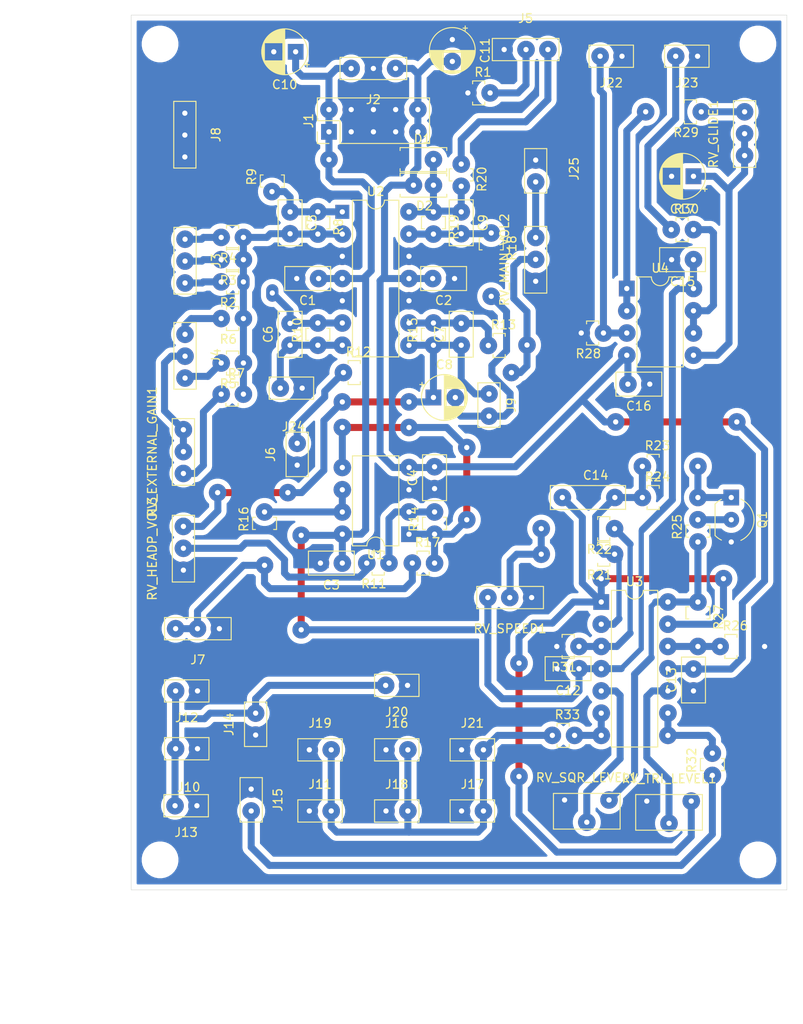
<source format=kicad_pcb>
(kicad_pcb (version 20171130) (host pcbnew "(5.1.7-0-10_14)")
  (layers (0 F.Cu signal) (31 B.Cu signal) (34 B.Paste user) (35 F.Paste user) (36 B.SilkS user) (37 F.SilkS user hide) (38 B.Mask user) (39 F.Mask user) (44 Edge.Cuts user))
  (net 0 "")
  (net 1 +12V)
  (net 2 GND)
  (net 3 -12V)
  (net 4 "Net-(C5-Pad2)")
  (net 5 "Net-(C5-Pad1)")
  (net 6 "Net-(C6-Pad2)")
  (net 7 "Net-(C7-Pad2)")
  (net 8 "Net-(C7-Pad1)")
  (net 9 "Net-(C8-Pad2)")
  (net 10 "Net-(C9-Pad1)")
  (net 11 "Net-(C9-Pad2)")
  (net 12 IN_VCO1)
  (net 13 IN_VCO2)
  (net 14 IN_SUB)
  (net 15 IN_EXTRA)
  (net 16 IN_EXTERNAL)
  (net 17 IN_NOISE)
  (net 18 LINE_OUT)
  (net 19 "Net-(J5-Pad2)")
  (net 20 EURO_OUT)
  (net 21 PHONES_OUT)
  (net 22 "Net-(R7-Pad1)")
  (net 23 "Net-(R11-Pad1)")
  (net 24 "Net-(R11-Pad2)")
  (net 25 "Net-(R14-Pad1)")
  (net 26 "Net-(R16-Pad2)")
  (net 27 "Net-(C14-Pad2)")
  (net 28 "Net-(C14-Pad1)")
  (net 29 LFO_TRI_OUT)
  (net 30 LFO_SQR_OUT)
  (net 31 "Net-(Q1-Pad2)")
  (net 32 "Net-(Q1-Pad1)")
  (net 33 "Net-(R21-Pad2)")
  (net 34 "Net-(R22-Pad1)")
  (net 35 "Net-(R25-Pad1)")
  (net 36 "Net-(R26-Pad1)")
  (net 37 "Net-(C17-Pad1)")
  (net 38 "Net-(R29-Pad1)")
  (net 39 "Net-(R29-Pad2)")
  (net 40 "Net-(R30-Pad2)")
  (net 41 PITCH_IN)
  (net 42 PITCH_OUT)
  (net 43 "Net-(RV_SQR_LEVEL1-Pad2)")
  (net 44 "Net-(RV_TRI_LEVEL1-Pad2)")
  (net 45 "Net-(R32-Pad2)")
  (net 46 "Net-(R33-Pad2)")
  (net 47 TO_VOICE_VCA)
  (net 48 TRI_TO_VCA)
  (net 49 FROM_VOICE_VCA)
  (net 50 "Net-(R12-Pad2)")
  (module Zimo_Manual_PCB:JT_A25_01x03_Vertical (layer F.Cu) (at 117.221 113.792)
    (fp_text reference J7 (at 2.54 3.556) (layer F.SilkS))
    (fp_text value Phones)
    (pad 3 thru_hole circle (at 5 0) (size 2 2) (drill 0.6) (layers *.Cu *.Mask) (net 2 GND))
    (pad 2 thru_hole circle (at 2.5 0) (size 2 2) (drill 0.6) (layers *.Cu *.Mask) (net 21 PHONES_OUT))
    (pad 1 thru_hole circle (at 0 0) (size 2 2) (drill 0.6) (layers *.Cu *.Mask) (net 21 PHONES_OUT))
  )
  (module Zimo_Manual_PCB:JT_A25_01x03_Vertical (layer F.Cu) (at 118.11 102.108 270)
    (fp_text reference RV_HEADP_VOL3 (at 2.54 3.556 90) (layer F.SilkS))
    (fp_text value A50k)
    (pad 3 thru_hole circle (at 5 0 270) (size 2 2) (drill 0.6) (layers *.Cu *.Mask) (net 2 GND))
    (pad 2 thru_hole circle (at 2.5 0 270) (size 2 2) (drill 0.6) (layers *.Cu *.Mask) (net 24 "Net-(R11-Pad2)"))
    (pad 1 thru_hole circle (at 0 0 270) (size 2 2) (drill 0.6) (layers *.Cu *.Mask) (net 8 "Net-(C7-Pad1)"))
  )
  (module Zimo_Manual_PCB:JT_A25_01x03_Vertical (layer F.Cu) (at 118.11 91.059 270)
    (fp_text reference RV_EXTERNAL_GAIN1 (at 2.54 3.556 90) (layer F.SilkS))
    (fp_text value 100k)
    (pad 3 thru_hole circle (at 5 0 270) (size 2 2) (drill 0.6) (layers *.Cu *.Mask) (net 22 "Net-(R7-Pad1)"))
    (pad 2 thru_hole circle (at 2.5 0 270) (size 2 2) (drill 0.6) (layers *.Cu *.Mask) (net 16 IN_EXTERNAL))
    (pad 1 thru_hole circle (at 0 0 270) (size 2 2) (drill 0.6) (layers *.Cu *.Mask) (net 16 IN_EXTERNAL))
  )
  (module Zimo_Manual_PCB:JT_A25_01x03_Vertical (layer F.Cu) (at 118.298001 85.157999 90)
    (fp_text reference J4 (at 2.54 3.556 90) (layer F.SilkS))
    (fp_text value "Inputs 4-6")
    (pad 3 thru_hole circle (at 5 0 90) (size 2 2) (drill 0.6) (layers *.Cu *.Mask) (net 15 IN_EXTRA))
    (pad 2 thru_hole circle (at 2.5 0 90) (size 2 2) (drill 0.6) (layers *.Cu *.Mask) (net 16 IN_EXTERNAL))
    (pad 1 thru_hole circle (at 0 0 90) (size 2 2) (drill 0.6) (layers *.Cu *.Mask) (net 17 IN_NOISE))
  )
  (module Zimo_Manual_PCB:JT_A25_01x03_Vertical (layer F.Cu) (at 118.298001 74.295 90)
    (fp_text reference J3 (at 2.54 3.556 90) (layer F.SilkS))
    (fp_text value "Inputs 1-3")
    (pad 3 thru_hole circle (at 5 0 90) (size 2 2) (drill 0.6) (layers *.Cu *.Mask) (net 14 IN_SUB))
    (pad 2 thru_hole circle (at 2.5 0 90) (size 2 2) (drill 0.6) (layers *.Cu *.Mask) (net 13 IN_VCO2))
    (pad 1 thru_hole circle (at 0 0 90) (size 2 2) (drill 0.6) (layers *.Cu *.Mask) (net 12 IN_VCO1))
  )
  (module Zimo_Manual_PCB:JT_A25_01x03_Vertical (layer F.Cu) (at 158.369 69.1007 270)
    (fp_text reference RV_MAIN_VOL2 (at 2.54 3.556 90) (layer F.SilkS))
    (fp_text value A50k)
    (pad 3 thru_hole circle (at 5 0 270) (size 2 2) (drill 0.6) (layers *.Cu *.Mask) (net 2 GND))
    (pad 2 thru_hole circle (at 2.5 0 270) (size 2 2) (drill 0.6) (layers *.Cu *.Mask) (net 50 "Net-(R12-Pad2)"))
    (pad 1 thru_hole circle (at 0 0 270) (size 2 2) (drill 0.6) (layers *.Cu *.Mask) (net 49 FROM_VOICE_VCA))
  )
  (module Zimo_Manual_PCB:JT_A25_01x03_Vertical (layer F.Cu) (at 118.2751 59.8932 90)
    (fp_text reference J8 (at 2.54 3.556 90) (layer F.SilkS))
    (fp_text value Grounds)
    (pad 3 thru_hole circle (at 5 0 90) (size 2 2) (drill 0.6) (layers *.Cu *.Mask) (net 2 GND))
    (pad 2 thru_hole circle (at 2.5 0 90) (size 2 2) (drill 0.6) (layers *.Cu *.Mask) (net 2 GND))
    (pad 1 thru_hole circle (at 0 0 90) (size 2 2) (drill 0.6) (layers *.Cu *.Mask) (net 2 GND))
  )
  (module Zimo_Manual_PCB:JT_A25_01x03_Vertical (layer F.Cu) (at 159.766 47.625 180)
    (fp_text reference J5 (at 2.54 3.556) (layer F.SilkS))
    (fp_text value "Line out")
    (pad 3 thru_hole circle (at 5 0 180) (size 2 2) (drill 0.6) (layers *.Cu *.Mask) (net 2 GND))
    (pad 2 thru_hole circle (at 2.5 0 180) (size 2 2) (drill 0.6) (layers *.Cu *.Mask) (net 19 "Net-(J5-Pad2)"))
    (pad 1 thru_hole circle (at 0 0 180) (size 2 2) (drill 0.6) (layers *.Cu *.Mask) (net 18 LINE_OUT))
  )
  (module Zimo_Manual_PCB:JT_A25_01x02_Vertical (layer F.Cu) (at 165.735 48.387)
    (fp_text reference J22 (at 1.27 3.048) (layer F.SilkS))
    (fp_text value "Glide In")
    (pad 2 thru_hole circle (at 2.5 0) (size 2 2) (drill 0.6) (layers *.Cu *.Mask) (net 2 GND))
    (pad 1 thru_hole circle (at 0 0) (size 2 2) (drill 0.6) (layers *.Cu *.Mask) (net 41 PITCH_IN))
  )
  (module Zimo_Manual_PCB:JT_A25_01x02_Vertical (layer F.Cu) (at 174.371 48.387)
    (fp_text reference J23 (at 1.27 3.048) (layer F.SilkS))
    (fp_text value "Glide Out")
    (pad 2 thru_hole circle (at 2.5 0) (size 2 2) (drill 0.6) (layers *.Cu *.Mask) (net 2 GND))
    (pad 1 thru_hole circle (at 0 0) (size 2 2) (drill 0.6) (layers *.Cu *.Mask) (net 42 PITCH_OUT))
  )
  (module Zimo_Manual_PCB:JT_A25_01x03_Vertical (layer F.Cu) (at 182.245 54.737 270)
    (fp_text reference RV_GLIDE1 (at 2.54 3.556 90) (layer F.SilkS))
    (fp_text value A500k)
    (pad 3 thru_hole circle (at 5 0 270) (size 2 2) (drill 0.6) (layers *.Cu *.Mask) (net 37 "Net-(C17-Pad1)"))
    (pad 2 thru_hole circle (at 2.5 0 270) (size 2 2) (drill 0.6) (layers *.Cu *.Mask) (net 37 "Net-(C17-Pad1)"))
    (pad 1 thru_hole circle (at 0 0 270) (size 2 2) (drill 0.6) (layers *.Cu *.Mask) (net 38 "Net-(R29-Pad1)"))
  )
  (module Zimo_Manual_PCB:JT_A25_01x03_Vertical (layer F.Cu) (at 152.908 110.236)
    (fp_text reference RV_SPEED1 (at 2.54 3.556) (layer F.SilkS))
    (fp_text value 10k)
    (pad 3 thru_hole circle (at 5 0) (size 2 2) (drill 0.6) (layers *.Cu *.Mask) (net 2 GND))
    (pad 2 thru_hole circle (at 2.5 0) (size 2 2) (drill 0.6) (layers *.Cu *.Mask) (net 33 "Net-(R21-Pad2)"))
    (pad 1 thru_hole circle (at 0 0) (size 2 2) (drill 0.6) (layers *.Cu *.Mask) (net 1 +12V))
  )
  (module Zimo_Manual_PCB:JT_A25_01x02_Vertical (layer F.Cu) (at 117.221 120.904)
    (fp_text reference J12 (at 1.27 3.048) (layer F.SilkS))
    (fp_text value "LFO Triangle (VCA)")
    (pad 2 thru_hole circle (at 2.5 0) (size 2 2) (drill 0.6) (layers *.Cu *.Mask) (net 2 GND))
    (pad 1 thru_hole circle (at 0 0) (size 2 2) (drill 0.6) (layers *.Cu *.Mask) (net 29 LFO_TRI_OUT))
  )
  (module Zimo_Manual_PCB:JT_A25_01x02_Vertical (layer F.Cu) (at 141.224 120.269)
    (fp_text reference J20 (at 1.27 3.048) (layer F.SilkS))
    (fp_text value "LFO Triangle (VCA)")
    (pad 2 thru_hole circle (at 2.5 0) (size 2 2) (drill 0.6) (layers *.Cu *.Mask) (net 2 GND))
    (pad 1 thru_hole circle (at 0 0) (size 2 2) (drill 0.6) (layers *.Cu *.Mask) (net 29 LFO_TRI_OUT))
  )
  (module Zimo_Manual_PCB:JT_A25_01x02_Vertical (layer F.Cu) (at 126.365 123.444 270)
    (fp_text reference J14 (at 1.27 3.048 90) (layer F.SilkS))
    (fp_text value "LFO Triangle (VCA)")
    (pad 2 thru_hole circle (at 2.5 0 270) (size 2 2) (drill 0.6) (layers *.Cu *.Mask) (net 2 GND))
    (pad 1 thru_hole circle (at 0 0 270) (size 2 2) (drill 0.6) (layers *.Cu *.Mask) (net 29 LFO_TRI_OUT))
  )
  (module Zimo_Manual_PCB:JT_A25_01x02_Vertical (layer F.Cu) (at 117.154001 134.020001)
    (fp_text reference J13 (at 1.27 3.048) (layer F.SilkS))
    (fp_text value "LFO Triangle (VCA)")
    (pad 2 thru_hole circle (at 2.5 0) (size 2 2) (drill 0.6) (layers *.Cu *.Mask) (net 2 GND))
    (pad 1 thru_hole circle (at 0 0) (size 2 2) (drill 0.6) (layers *.Cu *.Mask) (net 29 LFO_TRI_OUT))
  )
  (module Zimo_Manual_PCB:JT_A25_01x02_Vertical (layer F.Cu) (at 125.857 134.62 90)
    (fp_text reference J15 (at 1.27 3.048 90) (layer F.SilkS))
    (fp_text value "LFO Triangle (5Vpp)")
    (pad 2 thru_hole circle (at 2.5 0 90) (size 2 2) (drill 0.6) (layers *.Cu *.Mask) (net 2 GND))
    (pad 1 thru_hole circle (at 0 0 90) (size 2 2) (drill 0.6) (layers *.Cu *.Mask) (net 48 TRI_TO_VCA))
  )
  (module Zimo_Manual_PCB:JT_A25_01x02_Vertical (layer F.Cu) (at 135.001 127.635 180)
    (fp_text reference J19 (at 1.27 3.048) (layer F.SilkS))
    (fp_text value "LFO Square (5Vpp)")
    (pad 2 thru_hole circle (at 2.5 0 180) (size 2 2) (drill 0.6) (layers *.Cu *.Mask) (net 2 GND))
    (pad 1 thru_hole circle (at 0 0 180) (size 2 2) (drill 0.6) (layers *.Cu *.Mask) (net 30 LFO_SQR_OUT))
  )
  (module Zimo_Manual_PCB:JT_A25_01x02_Vertical (layer F.Cu) (at 135.001 134.62 180)
    (fp_text reference J11 (at 1.27 3.048) (layer F.SilkS))
    (fp_text value "LFO Square (5Vpp)")
    (pad 2 thru_hole circle (at 2.5 0 180) (size 2 2) (drill 0.6) (layers *.Cu *.Mask) (net 2 GND))
    (pad 1 thru_hole circle (at 0 0 180) (size 2 2) (drill 0.6) (layers *.Cu *.Mask) (net 30 LFO_SQR_OUT))
  )
  (module Zimo_Manual_PCB:JT_A25_01x02_Vertical (layer F.Cu) (at 143.764 127.635 180)
    (fp_text reference J16 (at 1.27 3.048) (layer F.SilkS))
    (fp_text value "LFO Square (5Vpp)")
    (pad 2 thru_hole circle (at 2.5 0 180) (size 2 2) (drill 0.6) (layers *.Cu *.Mask) (net 2 GND))
    (pad 1 thru_hole circle (at 0 0 180) (size 2 2) (drill 0.6) (layers *.Cu *.Mask) (net 30 LFO_SQR_OUT))
  )
  (module Zimo_Manual_PCB:JT_A25_01x02_Vertical (layer F.Cu) (at 143.764 134.62 180)
    (fp_text reference J18 (at 1.27 3.048) (layer F.SilkS))
    (fp_text value "LFO Square (5Vpp)")
    (pad 2 thru_hole circle (at 2.5 0 180) (size 2 2) (drill 0.6) (layers *.Cu *.Mask) (net 2 GND))
    (pad 1 thru_hole circle (at 0 0 180) (size 2 2) (drill 0.6) (layers *.Cu *.Mask) (net 30 LFO_SQR_OUT))
  )
  (module Zimo_Manual_PCB:JT_A25_01x02_Vertical (layer F.Cu) (at 152.4 127.635 180)
    (fp_text reference J21 (at 1.27 3.048) (layer F.SilkS))
    (fp_text value "LFO Square (5Vpp)")
    (pad 2 thru_hole circle (at 2.5 0 180) (size 2 2) (drill 0.6) (layers *.Cu *.Mask) (net 2 GND))
    (pad 1 thru_hole circle (at 0 0 180) (size 2 2) (drill 0.6) (layers *.Cu *.Mask) (net 30 LFO_SQR_OUT))
  )
  (module Zimo_Manual_PCB:JT_A25_01x02_Vertical (layer F.Cu) (at 152.4 134.62 180)
    (fp_text reference J17 (at 1.27 3.048) (layer F.SilkS))
    (fp_text value "LFO Square (5Vpp)")
    (pad 2 thru_hole circle (at 2.5 0 180) (size 2 2) (drill 0.6) (layers *.Cu *.Mask) (net 2 GND))
    (pad 1 thru_hole circle (at 0 0 180) (size 2 2) (drill 0.6) (layers *.Cu *.Mask) (net 30 LFO_SQR_OUT))
  )
  (module MountingHole:MountingHole_3mm (layer F.Cu) (at 183.769 140.208)
    (fp_text reference REF** hide)
    (fp_text value MountingHole_3mm hide)
    (pad 1 np_thru_hole circle (at 0 0) (size 3 3) (drill 3) (layers *.Cu *.Mask))
  )
  (module MountingHole:MountingHole_3mm (layer F.Cu) (at 115.443 140.208)
    (fp_text reference REF** hide)
    (fp_text value MountingHole_3mm hide)
    (pad 1 np_thru_hole circle (at 0 0) (size 3 3) (drill 3) (layers *.Cu *.Mask))
  )
  (module MountingHole:MountingHole_3mm (layer F.Cu) (at 183.769 46.99)
    (fp_text reference REF** hide)
    (fp_text value MountingHole_3mm hide)
    (pad 1 np_thru_hole circle (at 0 0) (size 3 3) (drill 3) (layers *.Cu *.Mask))
  )
  (module MountingHole:MountingHole_3mm (layer F.Cu) (at 115.443 46.99)
    (fp_text reference REF** hide)
    (fp_text value MountingHole_3mm hide)
    (pad 1 np_thru_hole circle (at 0 0) (size 3 3) (drill 3) (layers *.Cu *.Mask))
  )
  (module Zimo_Manual_PCB:C_Disc_D5.0mm_W2.5mm_P2.50mm (layer F.Cu) (at 133.564 73.787 180)
    (fp_text reference C1 (at 1.25 -2.5) (layer F.SilkS))
    (fp_text value 100n)
    (pad 1 thru_hole circle (at 0 0 180) (size 2 2) (drill 0.6) (layers *.Cu *.Mask) (net 1 +12V))
    (pad 2 thru_hole circle (at 2.5 0 180) (size 2 2) (drill 0.6) (layers *.Cu *.Mask) (net 2 GND))
  )
  (module Zimo_Manual_PCB:C_Disc_D5.0mm_W2.5mm_P2.50mm (layer F.Cu) (at 149.098 73.787 180)
    (fp_text reference C2 (at 1.25 -2.5) (layer F.SilkS))
    (fp_text value 100n)
    (pad 2 thru_hole circle (at 2.5 0 180) (size 2 2) (drill 0.6) (layers *.Cu *.Mask) (net 3 -12V))
    (pad 1 thru_hole circle (at 0 0 180) (size 2 2) (drill 0.6) (layers *.Cu *.Mask) (net 2 GND))
  )
  (module Zimo_Manual_PCB:C_Disc_D5.0mm_W2.5mm_P2.50mm (layer F.Cu) (at 136.271 106.299 180)
    (fp_text reference C3 (at 1.25 -2.5) (layer F.SilkS))
    (fp_text value 100n)
    (pad 2 thru_hole circle (at 2.5 0 180) (size 2 2) (drill 0.6) (layers *.Cu *.Mask) (net 2 GND))
    (pad 1 thru_hole circle (at 0 0 180) (size 2 2) (drill 0.6) (layers *.Cu *.Mask) (net 1 +12V))
  )
  (module Zimo_Manual_PCB:C_Disc_D5.0mm_W2.5mm_P2.50mm (layer F.Cu) (at 146.812 97.79 90)
    (fp_text reference C4 (at 1.25 -2.5 90) (layer F.SilkS))
    (fp_text value 100n)
    (pad 1 thru_hole circle (at 0 0 90) (size 2 2) (drill 0.6) (layers *.Cu *.Mask) (net 2 GND))
    (pad 2 thru_hole circle (at 2.5 0 90) (size 2 2) (drill 0.6) (layers *.Cu *.Mask) (net 3 -12V))
  )
  (module Zimo_Manual_PCB:C_Disc_D5.0mm_W2.5mm_P2.50mm (layer F.Cu) (at 130.302 66.167 270)
    (fp_text reference C5 (at 1.25 -2.5 90) (layer F.SilkS))
    (fp_text value 47p)
    (pad 2 thru_hole circle (at 2.5 0 270) (size 2 2) (drill 0.6) (layers *.Cu *.Mask) (net 4 "Net-(C5-Pad2)"))
    (pad 1 thru_hole circle (at 0 0 270) (size 2 2) (drill 0.6) (layers *.Cu *.Mask) (net 5 "Net-(C5-Pad1)"))
  )
  (module Zimo_Manual_PCB:C_Disc_D5.0mm_W2.5mm_P2.50mm (layer F.Cu) (at 130.302 81.407 90)
    (fp_text reference C6 (at 1.25 -2.5 90) (layer F.SilkS))
    (fp_text value 47p)
    (pad 1 thru_hole circle (at 0 0 90) (size 2 2) (drill 0.6) (layers *.Cu *.Mask) (net 47 TO_VOICE_VCA))
    (pad 2 thru_hole circle (at 2.5 0 90) (size 2 2) (drill 0.6) (layers *.Cu *.Mask) (net 6 "Net-(C6-Pad2)"))
  )
  (module Zimo_Manual_PCB:C_Disc_D5.0mm_W2.5mm_P2.50mm (layer F.Cu) (at 149.86 81.407 90)
    (fp_text reference C7 (at 1.25 -2.5 90) (layer F.SilkS))
    (fp_text value 22p)
    (pad 2 thru_hole circle (at 2.5 0 90) (size 2 2) (drill 0.6) (layers *.Cu *.Mask) (net 7 "Net-(C7-Pad2)"))
    (pad 1 thru_hole circle (at 0 0 90) (size 2 2) (drill 0.6) (layers *.Cu *.Mask) (net 8 "Net-(C7-Pad1)"))
  )
  (module Zimo_Manual_PCB:CP_Radial_D5.0mm_P2.50mm (layer F.Cu) (at 146.685 87.376)
    (fp_text reference C8 (at 1.25 -3.75) (layer F.SilkS))
    (fp_text value 10u)
    (pad 2 thru_hole circle (at 2.5 0) (size 2 2) (drill 0.6) (layers *.Cu *.Mask) (net 9 "Net-(C8-Pad2)"))
    (pad 1 thru_hole rect (at 0 0) (size 1.8 1.8) (drill 0.6) (layers *.Cu *.Mask) (net 8 "Net-(C7-Pad1)"))
  )
  (module Zimo_Manual_PCB:C_Disc_D5.0mm_W2.5mm_P2.50mm (layer F.Cu) (at 149.86 66.167 270)
    (fp_text reference C9 (at 1.25 -2.5 90) (layer F.SilkS))
    (fp_text value 22p)
    (pad 1 thru_hole circle (at 0 0 270) (size 2 2) (drill 0.6) (layers *.Cu *.Mask) (net 10 "Net-(C9-Pad1)"))
    (pad 2 thru_hole circle (at 2.5 0 270) (size 2 2) (drill 0.6) (layers *.Cu *.Mask) (net 11 "Net-(C9-Pad2)"))
  )
  (module Zimo_Manual_PCB:CP_Radial_D5.0mm_P2.50mm (layer F.Cu) (at 130.937 47.879 180)
    (fp_text reference C10 (at 1.25 -3.75) (layer F.SilkS))
    (fp_text value 10u)
    (pad 2 thru_hole circle (at 2.5 0 180) (size 2 2) (drill 0.6) (layers *.Cu *.Mask) (net 2 GND))
    (pad 1 thru_hole rect (at 0 0 180) (size 1.8 1.8) (drill 0.6) (layers *.Cu *.Mask) (net 1 +12V))
  )
  (module Zimo_Manual_PCB:CP_Radial_D5.0mm_P2.50mm (layer F.Cu) (at 148.844 46.482 270)
    (fp_text reference C11 (at 1.25 -3.75 90) (layer F.SilkS))
    (fp_text value 10u)
    (pad 1 thru_hole rect (at 0 0 270) (size 1.8 1.8) (drill 0.6) (layers *.Cu *.Mask) (net 2 GND))
    (pad 2 thru_hole circle (at 2.5 0 270) (size 2 2) (drill 0.6) (layers *.Cu *.Mask) (net 3 -12V))
  )
  (module Zimo_Manual_PCB:D_Axial-Vertical (layer F.Cu) (at 144.399 60.198)
    (fp_text reference D1 (at 1.016 -2.37) (layer F.SilkS))
    (fp_text value 1N4148)
    (pad 2 thru_hole oval (at 2.286 0) (size 2 2) (drill 0.6) (layers *.Cu *.Mask) (net 10 "Net-(C9-Pad1)"))
    (pad 1 thru_hole circle (at -9.652 0) (size 2 2) (drill 0.6) (layers *.Cu *.Mask) (net 1 +12V))
  )
  (module Zimo_Manual_PCB:D_Axial-Vertical (layer F.Cu) (at 146.685 63.119 180)
    (fp_text reference D2 (at 1.016 -2.37) (layer F.SilkS))
    (fp_text value 1N4148)
    (pad 1 thru_hole circle (at 0 0 180) (size 2 2) (drill 0.6) (layers *.Cu *.Mask) (net 10 "Net-(C9-Pad1)"))
    (pad 2 thru_hole oval (at 2.286 0 180) (size 2 2) (drill 0.6) (layers *.Cu *.Mask) (net 3 -12V))
  )
  (module Zimo_Manual_PCB:Eurorack_Power_Supply (layer F.Cu) (at 134.747 57.023 90)
    (fp_text reference J1 (at 1.27 -2.33 90) (layer F.SilkS))
    (fp_text value "Eurorack Power")
    (pad 10 thru_hole oval (at 2.54 10.16 90) (size 2 2) (drill 0.6) (layers *.Cu *.Mask) (net 3 -12V))
    (pad 9 thru_hole oval (at 0 10.16 90) (size 2 2) (drill 0.6) (layers *.Cu *.Mask) (net 3 -12V))
    (pad 8 thru_hole oval (at 2.54 7.62 90) (size 2 2) (drill 0.6) (layers *.Cu *.Mask) (net 2 GND))
    (pad 7 thru_hole oval (at 0 7.62 90) (size 2 2) (drill 0.6) (layers *.Cu *.Mask) (net 2 GND))
    (pad 6 thru_hole oval (at 2.54 5.08 90) (size 2 2) (drill 0.6) (layers *.Cu *.Mask) (net 2 GND))
    (pad 5 thru_hole oval (at 0 5.08 90) (size 2 2) (drill 0.6) (layers *.Cu *.Mask) (net 2 GND))
    (pad 4 thru_hole oval (at 2.54 2.54 90) (size 2 2) (drill 0.6) (layers *.Cu *.Mask) (net 2 GND))
    (pad 3 thru_hole oval (at 0 2.54 90) (size 2 2) (drill 0.6) (layers *.Cu *.Mask) (net 2 GND))
    (pad 2 thru_hole oval (at 2.54 0 90) (size 2 2) (drill 0.6) (layers *.Cu *.Mask) (net 1 +12V))
    (pad 1 thru_hole rect (at 0 0 90) (size 1.8 1.8) (drill 0.6) (layers *.Cu *.Mask) (net 1 +12V))
  )
  (module Zimo_Manual_PCB:NSL25_01x03_Vertical (layer F.Cu) (at 137.282 49.784)
    (fp_text reference J2 (at 2.54 3.556) (layer F.SilkS))
    (fp_text value "Custom Power")
    (pad 3 thru_hole circle (at 5.08 0) (size 2 2) (drill 0.6) (layers *.Cu *.Mask) (net 3 -12V))
    (pad 2 thru_hole circle (at 2.54 0) (size 2 2) (drill 0.6) (layers *.Cu *.Mask) (net 2 GND))
    (pad 1 thru_hole circle (at 0 0) (size 2 2) (drill 0.6) (layers *.Cu *.Mask) (net 1 +12V))
  )
  (module Zimo_Manual_PCB:PinOut_01x02 (layer F.Cu) (at 153.035 89.5096 90)
    (fp_text reference J9 (at 1.27 2.54 90) (layer F.SilkS))
    (fp_text value "Cap Bypass Jumper")
    (pad 1 thru_hole circle (at 0 0 90) (size 2 2) (drill 0.6) (layers *.Cu *.Mask) (net 9 "Net-(C8-Pad2)"))
    (pad 2 thru_hole circle (at 2.54 0 90) (size 2 2) (drill 0.6) (layers *.Cu *.Mask) (net 8 "Net-(C7-Pad1)"))
  )
  (module Zimo_Manual_PCB:R_Axial_Vertical (layer F.Cu) (at 150.622 52.578)
    (fp_text reference R1 (at 1.7272 -2.3622) (layer F.SilkS))
    (fp_text value 1k)
    (pad 1 thru_hole circle (at 0 0) (size 2 2) (drill 0.6) (layers *.Cu *.Mask) (net 2 GND))
    (pad 2 thru_hole oval (at 2.54 0) (size 2 2) (drill 0.6) (layers *.Cu *.Mask) (net 19 "Net-(J5-Pad2)"))
  )
  (module Zimo_Manual_PCB:R_Axial_Vertical (layer F.Cu) (at 124.968 74.168 180)
    (fp_text reference R2 (at 1.7272 -2.3622) (layer F.SilkS))
    (fp_text value 100k)
    (pad 1 thru_hole oval (at 0 0 180) (size 1.4 2) (drill 0.6) (layers *.Cu *.Mask) (net 4 "Net-(C5-Pad2)"))
    (pad 2 thru_hole oval (at 2.54 0 180) (size 2 2) (drill 0.6) (layers *.Cu *.Mask) (net 12 IN_VCO1))
  )
  (module Zimo_Manual_PCB:R_Axial_Vertical (layer F.Cu) (at 124.968 71.628 180)
    (fp_text reference R3 (at 1.7272 -2.3622) (layer F.SilkS))
    (fp_text value 100k)
    (pad 2 thru_hole oval (at 2.54 0 180) (size 2 2) (drill 0.6) (layers *.Cu *.Mask) (net 13 IN_VCO2))
    (pad 1 thru_hole circle (at 0 0 180) (size 2 2) (drill 0.6) (layers *.Cu *.Mask) (net 4 "Net-(C5-Pad2)"))
  )
  (module Zimo_Manual_PCB:R_Axial_Vertical (layer F.Cu) (at 124.968 69.088 180)
    (fp_text reference R4 (at 1.7272 -2.3622) (layer F.SilkS))
    (fp_text value 100k)
    (pad 1 thru_hole circle (at 0 0 180) (size 2 2) (drill 0.6) (layers *.Cu *.Mask) (net 4 "Net-(C5-Pad2)"))
    (pad 2 thru_hole oval (at 2.54 0 180) (size 2 2) (drill 0.6) (layers *.Cu *.Mask) (net 14 IN_SUB))
  )
  (module Zimo_Manual_PCB:R_Axial_Vertical (layer F.Cu) (at 124.968 83.439 180)
    (fp_text reference R5 (at 1.7272 -2.3622) (layer F.SilkS))
    (fp_text value 100k)
    (pad 2 thru_hole oval (at 2.54 0 180) (size 2 2) (drill 0.6) (layers *.Cu *.Mask) (net 17 IN_NOISE))
    (pad 1 thru_hole circle (at 0 0 180) (size 2 2) (drill 0.6) (layers *.Cu *.Mask) (net 4 "Net-(C5-Pad2)"))
  )
  (module Zimo_Manual_PCB:R_Axial_Vertical (layer F.Cu) (at 124.968 78.359 180)
    (fp_text reference R6 (at 1.7272 -2.3622) (layer F.SilkS))
    (fp_text value 100k)
    (pad 1 thru_hole circle (at 0 0 180) (size 2 2) (drill 0.6) (layers *.Cu *.Mask) (net 4 "Net-(C5-Pad2)"))
    (pad 2 thru_hole oval (at 2.54 0 180) (size 2 2) (drill 0.6) (layers *.Cu *.Mask) (net 15 IN_EXTRA))
  )
  (module Zimo_Manual_PCB:R_Axial_Vertical (layer F.Cu) (at 122.428 86.995)
    (fp_text reference R7 (at 1.7272 -2.3622) (layer F.SilkS))
    (fp_text value 10k)
    (pad 1 thru_hole circle (at 0 0) (size 2 2) (drill 0.6) (layers *.Cu *.Mask) (net 22 "Net-(R7-Pad1)"))
    (pad 2 thru_hole oval (at 2.54 0) (size 2 2) (drill 0.6) (layers *.Cu *.Mask) (net 4 "Net-(C5-Pad2)"))
  )
  (module Zimo_Manual_PCB:R_Axial_Vertical (layer F.Cu) (at 133.477 66.167 270)
    (fp_text reference R8 (at 1.7272 -2.3622 90) (layer F.SilkS))
    (fp_text value 100k)
    (pad 2 thru_hole oval (at 2.54 0 270) (size 2 2) (drill 0.6) (layers *.Cu *.Mask) (net 4 "Net-(C5-Pad2)"))
    (pad 1 thru_hole circle (at 0 0 270) (size 2 2) (drill 0.6) (layers *.Cu *.Mask) (net 5 "Net-(C5-Pad1)"))
  )
  (module Zimo_Manual_PCB:R_Axial_Vertical (layer F.Cu) (at 128.27 63.881 90)
    (fp_text reference R9 (at 1.7272 -2.3622 90) (layer F.SilkS))
    (fp_text value 100k)
    (pad 1 thru_hole oval (at -11.557 0 90) (size 2 1.4) (drill 0.6) (layers *.Cu *.Mask) (net 6 "Net-(C6-Pad2)"))
    (pad 2 thru_hole oval (at 0.0254 -0.0381 90) (size 2 2) (drill 0.6) (layers *.Cu *.Mask) (net 5 "Net-(C5-Pad1)"))
  )
  (module Zimo_Manual_PCB:R_Axial_Vertical (layer F.Cu) (at 133.477 81.407 90)
    (fp_text reference R10 (at 1.7272 -2.3622 90) (layer F.SilkS))
    (fp_text value 100k)
    (pad 2 thru_hole oval (at 2.54 0 90) (size 2 2) (drill 0.6) (layers *.Cu *.Mask) (net 6 "Net-(C6-Pad2)"))
    (pad 1 thru_hole circle (at 0 0 90) (size 2 2) (drill 0.6) (layers *.Cu *.Mask) (net 47 TO_VOICE_VCA))
  )
  (module Zimo_Manual_PCB:R_Axial_Vertical (layer F.Cu) (at 141.605 106.299 180)
    (fp_text reference R11 (at 1.7272 -2.3622) (layer F.SilkS))
    (fp_text value 10k)
    (pad 1 thru_hole circle (at 0 0 180) (size 2 2) (drill 0.6) (layers *.Cu *.Mask) (net 23 "Net-(R11-Pad1)"))
    (pad 2 thru_hole oval (at 2.54 0 180) (size 2 2) (drill 0.6) (layers *.Cu *.Mask) (net 24 "Net-(R11-Pad2)"))
  )
  (module Zimo_Manual_PCB:R_Axial_Vertical (layer F.Cu) (at 152.9588 81.4324)
    (fp_text reference R13 (at 1.7272 -2.3622) (layer F.SilkS))
    (fp_text value 100k)
    (pad 1 thru_hole circle (at 0 0) (size 2 2) (drill 0.6) (layers *.Cu *.Mask) (net 7 "Net-(C7-Pad2)"))
    (pad 2 thru_hole oval (at 4.4196 -0.0508) (size 2 2) (drill 0.6) (layers *.Cu *.Mask) (net 50 "Net-(R12-Pad2)"))
  )
  (module Zimo_Manual_PCB:R_Axial_Vertical (layer F.Cu) (at 146.812 102.997 90)
    (fp_text reference R14 (at 1.7272 -2.3622 90) (layer F.SilkS))
    (fp_text value 10k)
    (pad 2 thru_hole oval (at 2.54 0 90) (size 2 2) (drill 0.6) (layers *.Cu *.Mask) (net 23 "Net-(R11-Pad1)"))
    (pad 1 thru_hole circle (at 0 0 90) (size 2 2) (drill 0.6) (layers *.Cu *.Mask) (net 25 "Net-(R14-Pad1)"))
  )
  (module Zimo_Manual_PCB:R_Axial_Vertical (layer F.Cu) (at 146.685 81.407 90)
    (fp_text reference R15 (at 1.7272 -2.3622 90) (layer F.SilkS))
    (fp_text value 33k)
    (pad 2 thru_hole oval (at 2.54 0 90) (size 2 2) (drill 0.6) (layers *.Cu *.Mask) (net 7 "Net-(C7-Pad2)"))
    (pad 1 thru_hole circle (at 0 0 90) (size 2 2) (drill 0.6) (layers *.Cu *.Mask) (net 8 "Net-(C7-Pad1)"))
  )
  (module Zimo_Manual_PCB:R_Axial_Vertical (layer F.Cu) (at 127.381 102.997 90)
    (fp_text reference R16 (at 1.7272 -2.3622 90) (layer F.SilkS))
    (fp_text value 100)
    (pad 2 thru_hole oval (at 2.54 0 90) (size 2 2) (drill 0.6) (layers *.Cu *.Mask) (net 26 "Net-(R16-Pad2)"))
    (pad 1 thru_hole circle (at -3.556 0 90) (size 2 2) (drill 0.6) (layers *.Cu *.Mask) (net 21 PHONES_OUT))
  )
  (module Zimo_Manual_PCB:R_Axial_Vertical (layer F.Cu) (at 144.272 106.299)
    (fp_text reference R17 (at 1.7272 -2.3622) (layer F.SilkS))
    (fp_text value 100)
    (pad 1 thru_hole circle (at 0 0) (size 2 2) (drill 0.6) (layers *.Cu *.Mask) (net 21 PHONES_OUT))
    (pad 2 thru_hole oval (at 2.54 0) (size 2 2) (drill 0.6) (layers *.Cu *.Mask) (net 25 "Net-(R14-Pad1)"))
  )
  (module Zimo_Manual_PCB:R_Axial_Vertical (layer F.Cu) (at 153.289 68.58 270)
    (fp_text reference R18 (at 1.7272 -2.3622 90) (layer F.SilkS))
    (fp_text value 10k)
    (pad 2 thru_hole oval (at 7.239 0 270) (size 2 2) (drill 0.6) (layers *.Cu *.Mask) (net 9 "Net-(C8-Pad2)"))
    (pad 1 thru_hole circle (at 0 0 270) (size 2 2) (drill 0.6) (layers *.Cu *.Mask) (net 11 "Net-(C9-Pad2)"))
  )
  (module Zimo_Manual_PCB:R_Axial_Vertical (layer F.Cu) (at 146.685 66.167 270)
    (fp_text reference R19 (at 1.7272 -2.3622 90) (layer F.SilkS))
    (fp_text value 10k)
    (pad 1 thru_hole circle (at 0 0 270) (size 2 2) (drill 0.6) (layers *.Cu *.Mask) (net 10 "Net-(C9-Pad1)"))
    (pad 2 thru_hole oval (at 2.54 0 270) (size 2 2) (drill 0.6) (layers *.Cu *.Mask) (net 11 "Net-(C9-Pad2)"))
  )
  (module Zimo_Manual_PCB:R_Axial_Vertical (layer F.Cu) (at 149.86 60.706 270)
    (fp_text reference R20 (at 1.7272 -2.3622 90) (layer F.SilkS))
    (fp_text value 1k)
    (pad 2 thru_hole oval (at 2.54 0 270) (size 2 2) (drill 0.6) (layers *.Cu *.Mask) (net 10 "Net-(C9-Pad1)"))
    (pad 1 thru_hole circle (at 0 0 270) (size 2 2) (drill 0.6) (layers *.Cu *.Mask) (net 18 LINE_OUT))
  )
  (module Zimo_Manual_PCB:DIP-8_W7.62mm (layer F.Cu) (at 143.891 102.997 180)
    (fp_text reference U1 (at 3.81 -2.33) (layer F.SilkS))
    (fp_text value NE5532)
    (pad 8 thru_hole oval (at 7.62 0 180) (size 2 2) (drill 0.6) (layers *.Cu *.Mask) (net 1 +12V))
    (pad 4 thru_hole oval (at 0 7.62 180) (size 2 2) (drill 0.6) (layers *.Cu *.Mask) (net 3 -12V))
    (pad 7 thru_hole oval (at 7.62 2.54 180) (size 2 2) (drill 0.6) (layers *.Cu *.Mask) (net 26 "Net-(R16-Pad2)"))
    (pad 3 thru_hole oval (at 0 5.08 180) (size 2 2) (drill 0.6) (layers *.Cu *.Mask) (net 2 GND))
    (pad 6 thru_hole oval (at 7.62 5.08 180) (size 2 2) (drill 0.6) (layers *.Cu *.Mask) (net 26 "Net-(R16-Pad2)"))
    (pad 2 thru_hole oval (at 0 2.54 180) (size 2 2) (drill 0.6) (layers *.Cu *.Mask) (net 23 "Net-(R11-Pad1)"))
    (pad 5 thru_hole oval (at 7.62 7.62 180) (size 2 2) (drill 0.6) (layers *.Cu *.Mask) (net 25 "Net-(R14-Pad1)"))
    (pad 1 thru_hole rect (at 0 0 180) (size 1.8 1.8) (drill 0.6) (layers *.Cu *.Mask) (net 25 "Net-(R14-Pad1)"))
  )
  (module Zimo_Manual_PCB:DIP-14_W7.62mm (layer F.Cu) (at 136.271 66.167)
    (fp_text reference U2 (at 3.81 -2.33) (layer F.SilkS))
    (fp_text value TL074)
    (pad 14 thru_hole oval (at 7.62 0) (size 2 2) (drill 0.6) (layers *.Cu *.Mask) (net 10 "Net-(C9-Pad1)"))
    (pad 7 thru_hole oval (at 0 15.24) (size 2 2) (drill 0.6) (layers *.Cu *.Mask) (net 47 TO_VOICE_VCA))
    (pad 13 thru_hole oval (at 7.62 2.54) (size 2 2) (drill 0.6) (layers *.Cu *.Mask) (net 11 "Net-(C9-Pad2)"))
    (pad 6 thru_hole oval (at 0 12.7) (size 2 2) (drill 0.6) (layers *.Cu *.Mask) (net 6 "Net-(C6-Pad2)"))
    (pad 12 thru_hole oval (at 7.62 5.08) (size 2 2) (drill 0.6) (layers *.Cu *.Mask) (net 2 GND))
    (pad 5 thru_hole oval (at 0 10.16) (size 2 2) (drill 0.6) (layers *.Cu *.Mask) (net 2 GND))
    (pad 11 thru_hole oval (at 7.62 7.62) (size 2 2) (drill 0.6) (layers *.Cu *.Mask) (net 3 -12V))
    (pad 4 thru_hole oval (at 0 7.62) (size 2 2) (drill 0.6) (layers *.Cu *.Mask) (net 1 +12V))
    (pad 10 thru_hole oval (at 7.62 10.16) (size 2 2) (drill 0.6) (layers *.Cu *.Mask) (net 2 GND))
    (pad 3 thru_hole oval (at 0 5.08) (size 2 2) (drill 0.6) (layers *.Cu *.Mask) (net 2 GND))
    (pad 9 thru_hole oval (at 7.62 12.7) (size 2 2) (drill 0.6) (layers *.Cu *.Mask) (net 7 "Net-(C7-Pad2)"))
    (pad 2 thru_hole oval (at 0 2.54) (size 2 2) (drill 0.6) (layers *.Cu *.Mask) (net 4 "Net-(C5-Pad2)"))
    (pad 8 thru_hole oval (at 7.62 15.24) (size 2 2) (drill 0.6) (layers *.Cu *.Mask) (net 8 "Net-(C7-Pad1)"))
    (pad 1 thru_hole rect (at 0 0) (size 1.6 1.6) (drill 0.6) (layers *.Cu *.Mask) (net 5 "Net-(C5-Pad1)"))
  )
  (module Zimo_Manual_PCB:C_Disc_D5.0mm_W2.5mm_P2.50mm (layer F.Cu) (at 163.322 118.364 180)
    (fp_text reference C12 (at 1.25 -2.5) (layer F.SilkS))
    (fp_text value 100n)
    (pad 2 thru_hole circle (at 2.5 0 180) (size 2 2) (drill 0.6) (layers *.Cu *.Mask) (net 2 GND))
    (pad 1 thru_hole circle (at 0 0 180) (size 2 2) (drill 0.6) (layers *.Cu *.Mask) (net 1 +12V))
  )
  (module Zimo_Manual_PCB:C_Disc_D5.0mm_W2.5mm_P2.50mm (layer F.Cu) (at 176.403 120.904 90)
    (fp_text reference C13 (at 1.25 -2.5 90) (layer F.SilkS))
    (fp_text value 100n)
    (pad 1 thru_hole circle (at 0 0 90) (size 2 2) (drill 0.6) (layers *.Cu *.Mask) (net 2 GND))
    (pad 2 thru_hole circle (at 2.5 0 90) (size 2 2) (drill 0.6) (layers *.Cu *.Mask) (net 3 -12V))
  )
  (module Zimo_Manual_PCB:C_Foil_P2.50mm (layer F.Cu) (at 161.417 98.806)
    (fp_text reference C14 (at 3.81 -2.54) (layer F.SilkS))
    (fp_text value 100n)
    (pad 2 thru_hole circle (at 6 0) (size 2 2) (drill 0.6) (layers *.Cu *.Mask) (net 27 "Net-(C14-Pad2)"))
    (pad 1 thru_hole circle (at 0 0) (size 2 2) (drill 0.6) (layers *.Cu *.Mask) (net 28 "Net-(C14-Pad1)"))
  )
  (module Zimo_Manual_PCB:R_Axial_Vertical (layer F.Cu) (at 167.386 105.283 180)
    (fp_text reference R21 (at 1.7272 -2.3622) (layer F.SilkS))
    (fp_text value 100k)
    (pad 2 thru_hole oval (at 8.382 0 180) (size 2 2) (drill 0.6) (layers *.Cu *.Mask) (net 33 "Net-(R21-Pad2)"))
    (pad 1 thru_hole circle (at 0 0 180) (size 2 2) (drill 0.6) (layers *.Cu *.Mask) (net 27 "Net-(C14-Pad2)"))
  )
  (module Zimo_Manual_PCB:R_Axial_Vertical (layer F.Cu) (at 167.386 102.362 180)
    (fp_text reference R22 (at 1.7272 -2.3622) (layer F.SilkS))
    (fp_text value 100k)
    (pad 1 thru_hole circle (at 0 0 180) (size 2 2) (drill 0.6) (layers *.Cu *.Mask) (net 34 "Net-(R22-Pad1)"))
    (pad 2 thru_hole oval (at 8.382 0 180) (size 2 2) (drill 0.6) (layers *.Cu *.Mask) (net 33 "Net-(R21-Pad2)"))
  )
  (module Zimo_Manual_PCB:R_Axial_Vertical (layer F.Cu) (at 170.561 95.25)
    (fp_text reference R23 (at 1.7272 -2.3622) (layer F.SilkS))
    (fp_text value 100k)
    (pad 2 thru_hole oval (at 6.35 0) (size 2 2) (drill 0.6) (layers *.Cu *.Mask) (net 32 "Net-(Q1-Pad1)"))
    (pad 1 thru_hole circle (at 0 0) (size 2 2) (drill 0.6) (layers *.Cu *.Mask) (net 27 "Net-(C14-Pad2)"))
  )
  (module Zimo_Manual_PCB:R_Axial_Vertical (layer F.Cu) (at 170.561 98.806)
    (fp_text reference R24 (at 1.7272 -2.3622) (layer F.SilkS))
    (fp_text value 100k)
    (pad 2 thru_hole oval (at 6.35 0) (size 2 2) (drill 0.6) (layers *.Cu *.Mask) (net 32 "Net-(Q1-Pad1)"))
    (pad 1 thru_hole circle (at 0 0) (size 2 2) (drill 0.6) (layers *.Cu *.Mask) (net 27 "Net-(C14-Pad2)"))
  )
  (module Zimo_Manual_PCB:R_Axial_Vertical (layer F.Cu) (at 176.911 103.886 90)
    (fp_text reference R25 (at 1.7272 -2.3622 90) (layer F.SilkS))
    (fp_text value 10k)
    (pad 1 thru_hole circle (at 0 0 90) (size 2 2) (drill 0.6) (layers *.Cu *.Mask) (net 35 "Net-(R25-Pad1)"))
    (pad 2 thru_hole oval (at 2.54 0 90) (size 2 2) (drill 0.6) (layers *.Cu *.Mask) (net 31 "Net-(Q1-Pad2)"))
  )
  (module Zimo_Manual_PCB:R_Axial_Vertical (layer F.Cu) (at 179.451 115.824)
    (fp_text reference R26 (at 1.7272 -2.3622) (layer F.SilkS))
    (fp_text value 47k)
    (pad 2 thru_hole oval (at 5.08 0) (size 2 2) (drill 0.6) (layers *.Cu *.Mask) (net 2 GND))
    (pad 1 thru_hole circle (at 0 0) (size 2 2) (drill 0.6) (layers *.Cu *.Mask) (net 36 "Net-(R26-Pad1)"))
  )
  (module Zimo_Manual_PCB:R_Axial_Vertical (layer F.Cu) (at 176.911 110.744 270)
    (fp_text reference R27 (at 1.7272 -2.3622 90) (layer F.SilkS))
    (fp_text value 47k)
    (pad 1 thru_hole circle (at 0 0 270) (size 2 2) (drill 0.6) (layers *.Cu *.Mask) (net 35 "Net-(R25-Pad1)"))
    (pad 2 thru_hole oval (at 5.08 0 270) (size 2 2) (drill 0.6) (layers *.Cu *.Mask) (net 36 "Net-(R26-Pad1)"))
  )
  (module Zimo_Manual_PCB:TrimPot_Vertical (layer F.Cu) (at 166.751 134.366 180)
    (fp_text reference RV_SQR_LEVEL1 (at 2.54 3.556) (layer F.SilkS))
    (fp_text value 10k)
    (pad 1 thru_hole circle (at 0 1 180) (size 2 2) (drill 0.6) (layers *.Cu *.Mask) (net 35 "Net-(R25-Pad1)"))
    (pad 2 thru_hole circle (at 2.54 -1.54 180) (size 2 2) (drill 0.6) (layers *.Cu *.Mask) (net 43 "Net-(RV_SQR_LEVEL1-Pad2)"))
    (pad 3 thru_hole circle (at 5.08 1 180) (size 2 2) (drill 0.6) (layers *.Cu *.Mask) (net 2 GND))
  )
  (module Zimo_Manual_PCB:TrimPot_Vertical (layer F.Cu) (at 176.149 134.493 180)
    (fp_text reference RV_TRI_LEVEL1 (at 2.54 3.556) (layer F.SilkS))
    (fp_text value 10k)
    (pad 3 thru_hole circle (at 5.08 1 180) (size 2 2) (drill 0.6) (layers *.Cu *.Mask) (net 2 GND))
    (pad 2 thru_hole circle (at 2.54 -1.54 180) (size 2 2) (drill 0.6) (layers *.Cu *.Mask) (net 44 "Net-(RV_TRI_LEVEL1-Pad2)"))
    (pad 1 thru_hole circle (at 0 1 180) (size 2 2) (drill 0.6) (layers *.Cu *.Mask) (net 28 "Net-(C14-Pad1)"))
  )
  (module Zimo_Manual_PCB:TO-92_Inline_Wide (layer F.Cu) (at 180.721 98.806 270)
    (fp_text reference Q1 (at 2.54 -3.56 90) (layer F.SilkS))
    (fp_text value BC548)
    (pad 2 thru_hole circle (at 2.54 0 270) (size 1.8 1.8) (drill 0.6) (layers *.Cu *.Mask) (net 31 "Net-(Q1-Pad2)"))
    (pad 3 thru_hole circle (at 5.08 0 270) (size 1.8 1.8) (drill 0.6) (layers *.Cu *.Mask) (net 2 GND))
    (pad 1 thru_hole rect (at 0 0 270) (size 1.8 1.8) (drill 0.6) (layers *.Cu *.Mask) (net 32 "Net-(Q1-Pad1)"))
  )
  (module Zimo_Manual_PCB:C_Disc_D5.0mm_W2.5mm_P2.50mm (layer F.Cu) (at 176.403 71.628 180)
    (fp_text reference C15 (at 1.25 -2.5) (layer F.SilkS))
    (fp_text value 100n)
    (pad 2 thru_hole circle (at 2.5 0 180) (size 2 2) (drill 0.6) (layers *.Cu *.Mask) (net 2 GND))
    (pad 1 thru_hole circle (at 0 0 180) (size 2 2) (drill 0.6) (layers *.Cu *.Mask) (net 1 +12V))
  )
  (module Zimo_Manual_PCB:C_Disc_D5.0mm_W2.5mm_P2.50mm (layer F.Cu) (at 171.41 85.852 180)
    (fp_text reference C16 (at 1.25 -2.5) (layer F.SilkS))
    (fp_text value 100n)
    (pad 1 thru_hole circle (at 0 0 180) (size 2 2) (drill 0.6) (layers *.Cu *.Mask) (net 2 GND))
    (pad 2 thru_hole circle (at 2.5 0 180) (size 2 2) (drill 0.6) (layers *.Cu *.Mask) (net 3 -12V))
  )
  (module Zimo_Manual_PCB:CP_Radial_D5.0mm_P2.50mm (layer F.Cu) (at 176.403 62.103 180)
    (fp_text reference C17 (at 1.25 -3.75) (layer F.SilkS))
    (fp_text value 1u)
    (pad 2 thru_hole circle (at 2.5 0 180) (size 2 2) (drill 0.6) (layers *.Cu *.Mask) (net 2 GND))
    (pad 1 thru_hole rect (at 0 0 180) (size 1.8 1.8) (drill 0.6) (layers *.Cu *.Mask) (net 37 "Net-(C17-Pad1)"))
  )
  (module Zimo_Manual_PCB:R_Axial_Vertical (layer F.Cu) (at 166.116 80.01 180)
    (fp_text reference R28 (at 1.7272 -2.3622) (layer F.SilkS))
    (fp_text value 100k)
    (pad 2 thru_hole oval (at 2.54 0 180) (size 2 2) (drill 0.6) (layers *.Cu *.Mask) (net 2 GND))
    (pad 1 thru_hole circle (at 0 0 180) (size 2 2) (drill 0.6) (layers *.Cu *.Mask) (net 41 PITCH_IN))
  )
  (module Zimo_Manual_PCB:R_Axial_Vertical (layer F.Cu) (at 177.292 54.737 180)
    (fp_text reference R29 (at 1.7272 -2.3622) (layer F.SilkS))
    (fp_text value 100)
    (pad 1 thru_hole circle (at 0 0 180) (size 2 2) (drill 0.6) (layers *.Cu *.Mask) (net 38 "Net-(R29-Pad1)"))
    (pad 2 thru_hole oval (at 6.35 0 180) (size 2 2) (drill 0.6) (layers *.Cu *.Mask) (net 39 "Net-(R29-Pad2)"))
  )
  (module Zimo_Manual_PCB:R_Axial_Vertical (layer F.Cu) (at 173.863 68.199)
    (fp_text reference R30 (at 1.7272 -2.3622) (layer F.SilkS))
    (fp_text value 1k)
    (pad 2 thru_hole oval (at 2.54 0) (size 2 2) (drill 0.6) (layers *.Cu *.Mask) (net 40 "Net-(R30-Pad2)"))
    (pad 1 thru_hole circle (at 0 0) (size 2 2) (drill 0.6) (layers *.Cu *.Mask) (net 42 PITCH_OUT))
  )
  (module Zimo_Manual_PCB:DIP-8_W7.62mm (layer F.Cu) (at 168.783 74.93)
    (fp_text reference U4 (at 3.81 -2.33) (layer F.SilkS))
    (fp_text value TL072)
    (pad 8 thru_hole oval (at 7.62 0) (size 2 2) (drill 0.6) (layers *.Cu *.Mask) (net 1 +12V))
    (pad 4 thru_hole oval (at 0 7.62) (size 2 2) (drill 0.6) (layers *.Cu *.Mask) (net 3 -12V))
    (pad 7 thru_hole oval (at 7.62 2.54) (size 2 2) (drill 0.6) (layers *.Cu *.Mask) (net 40 "Net-(R30-Pad2)"))
    (pad 3 thru_hole oval (at 0 5.08) (size 2 2) (drill 0.6) (layers *.Cu *.Mask) (net 41 PITCH_IN))
    (pad 6 thru_hole oval (at 7.62 5.08) (size 2 2) (drill 0.6) (layers *.Cu *.Mask) (net 40 "Net-(R30-Pad2)"))
    (pad 2 thru_hole oval (at 0 2.54) (size 2 2) (drill 0.6) (layers *.Cu *.Mask) (net 39 "Net-(R29-Pad2)"))
    (pad 5 thru_hole oval (at 7.62 7.62) (size 2 2) (drill 0.6) (layers *.Cu *.Mask) (net 37 "Net-(C17-Pad1)"))
    (pad 1 thru_hole rect (at 0 0) (size 1.8 1.8) (drill 0.6) (layers *.Cu *.Mask) (net 39 "Net-(R29-Pad2)"))
  )
  (module Zimo_Manual_PCB:R_Axial_Vertical (layer F.Cu) (at 163.322 115.824 180)
    (fp_text reference R31 (at 1.7272 -2.3622) (layer F.SilkS))
    (fp_text value 100k)
    (pad 2 thru_hole oval (at 2.54 0 180) (size 2 2) (drill 0.6) (layers *.Cu *.Mask) (net 2 GND))
    (pad 1 thru_hole circle (at 0 0 180) (size 2 2) (drill 0.6) (layers *.Cu *.Mask) (net 34 "Net-(R22-Pad1)"))
  )
  (module Zimo_Manual_PCB:DIP-14_W7.62mm (layer F.Cu) (at 165.862 110.744)
    (fp_text reference U3 (at 3.81 -2.33) (layer F.SilkS))
    (fp_text value TL074)
    (pad 14 thru_hole oval (at 7.62 0) (size 2 2) (drill 0.6) (layers *.Cu *.Mask) (net 35 "Net-(R25-Pad1)"))
    (pad 7 thru_hole oval (at 0 15.24) (size 2 2) (drill 0.6) (layers *.Cu *.Mask) (net 46 "Net-(R33-Pad2)"))
    (pad 13 thru_hole oval (at 7.62 2.54) (size 2 2) (drill 0.6) (layers *.Cu *.Mask) (net 28 "Net-(C14-Pad1)"))
    (pad 6 thru_hole oval (at 0 12.7) (size 2 2) (drill 0.6) (layers *.Cu *.Mask) (net 46 "Net-(R33-Pad2)"))
    (pad 12 thru_hole oval (at 7.62 5.08) (size 2 2) (drill 0.6) (layers *.Cu *.Mask) (net 36 "Net-(R26-Pad1)"))
    (pad 5 thru_hole oval (at 0 10.16) (size 2 2) (drill 0.6) (layers *.Cu *.Mask) (net 43 "Net-(RV_SQR_LEVEL1-Pad2)"))
    (pad 11 thru_hole oval (at 7.62 7.62) (size 2 2) (drill 0.6) (layers *.Cu *.Mask) (net 3 -12V))
    (pad 4 thru_hole oval (at 0 7.62) (size 2 2) (drill 0.6) (layers *.Cu *.Mask) (net 1 +12V))
    (pad 10 thru_hole oval (at 7.62 10.16) (size 2 2) (drill 0.6) (layers *.Cu *.Mask) (net 44 "Net-(RV_TRI_LEVEL1-Pad2)"))
    (pad 3 thru_hole oval (at 0 5.08) (size 2 2) (drill 0.6) (layers *.Cu *.Mask) (net 34 "Net-(R22-Pad1)"))
    (pad 9 thru_hole oval (at 7.62 12.7) (size 2 2) (drill 0.6) (layers *.Cu *.Mask) (net 45 "Net-(R32-Pad2)"))
    (pad 2 thru_hole oval (at 0 2.54) (size 2 2) (drill 0.6) (layers *.Cu *.Mask) (net 27 "Net-(C14-Pad2)"))
    (pad 8 thru_hole oval (at 7.62 15.24) (size 2 2) (drill 0.6) (layers *.Cu *.Mask) (net 45 "Net-(R32-Pad2)"))
    (pad 1 thru_hole rect (at 0 0) (size 1.8 1.8) (drill 0.6) (layers *.Cu *.Mask) (net 28 "Net-(C14-Pad1)"))
  )
  (module Zimo_Manual_PCB:R_Axial_Vertical (layer F.Cu) (at 178.562 130.556 90)
    (fp_text reference R32 (at 1.7272 -2.3622 90) (layer F.SilkS))
    (fp_text value 1k)
    (pad 1 thru_hole circle (at 0 0 90) (size 2 2) (drill 0.6) (layers *.Cu *.Mask) (net 48 TRI_TO_VCA))
    (pad 2 thru_hole oval (at 2.54 0 90) (size 2 2) (drill 0.6) (layers *.Cu *.Mask) (net 45 "Net-(R32-Pad2)"))
  )
  (module Zimo_Manual_PCB:R_Axial_Vertical (layer F.Cu) (at 160.274 125.984)
    (fp_text reference R33 (at 1.7272 -2.3622) (layer F.SilkS))
    (fp_text value 1k)
    (pad 2 thru_hole oval (at 2.54 0) (size 2 2) (drill 0.6) (layers *.Cu *.Mask) (net 46 "Net-(R33-Pad2)"))
    (pad 1 thru_hole circle (at 0 0) (size 2 2) (drill 0.6) (layers *.Cu *.Mask) (net 30 LFO_SQR_OUT))
  )
  (module Zimo_Manual_PCB:JT_A25_01x02_Vertical (layer F.Cu) (at 131.1148 92.6084 270)
    (fp_text reference J6 (at 1.27 3.048 90) (layer F.SilkS))
    (fp_text value "Eurorack out (10Vpp)")
    (pad 2 thru_hole circle (at 2.5 0 270) (size 2 2) (drill 0.6) (layers *.Cu *.Mask) (net 2 GND))
    (pad 1 thru_hole circle (at 0 0 270) (size 2 2) (drill 0.6) (layers *.Cu *.Mask) (net 20 EURO_OUT))
  )
  (module Zimo_Manual_PCB:JT_A25_01x02_Vertical (layer F.Cu) (at 117.221 127.508)
    (fp_text reference J10 (at 1.5 4.4) (layer F.SilkS))
    (fp_text value "Tri From VCA")
    (pad 1 thru_hole circle (at 0 0) (size 2 2) (drill 0.6) (layers *.Cu *.Mask) (net 29 LFO_TRI_OUT))
    (pad 2 thru_hole circle (at 2.5 0) (size 2 2) (drill 0.6) (layers *.Cu *.Mask) (net 2 GND))
  )
  (module Zimo_Manual_PCB:JT_A25_01x02_Vertical (layer F.Cu) (at 129.1844 86.3092)
    (fp_text reference J24 (at 1.5 4.4) (layer F.SilkS))
    (fp_text value "10Vpp to VCA")
    (pad 2 thru_hole circle (at 2.5 0) (size 2 2) (drill 0.6) (layers *.Cu *.Mask) (net 2 GND))
    (pad 1 thru_hole circle (at 0 0) (size 2 2) (drill 0.6) (layers *.Cu *.Mask) (net 47 TO_VOICE_VCA))
  )
  (module Zimo_Manual_PCB:JT_A25_01x02_Vertical (layer F.Cu) (at 158.369 62.7507 90)
    (fp_text reference J25 (at 1.5 4.4 90) (layer F.SilkS))
    (fp_text value "From 10Vpp VCA")
    (pad 1 thru_hole circle (at 0 0 90) (size 2 2) (drill 0.6) (layers *.Cu *.Mask) (net 49 FROM_VOICE_VCA))
    (pad 2 thru_hole circle (at 2.5 0 90) (size 2 2) (drill 0.6) (layers *.Cu *.Mask) (net 2 GND))
  )
  (module Zimo_Manual_PCB:R_Axial_Vertical (layer F.Cu) (at 136.398 84.5312)
    (fp_text reference R12 (at 1.7272 -2.3622) (layer F.SilkS))
    (fp_text value 1k)
    (pad 2 thru_hole oval (at 19.2024 0) (size 2 2) (drill 0.6) (layers *.Cu *.Mask) (net 50 "Net-(R12-Pad2)"))
    (pad 1 thru_hole circle (at 0 0) (size 2 2) (drill 0.6) (layers *.Cu *.Mask) (net 20 EURO_OUT))
  )
  (gr_line (start 112.141 143.637) (end 112.141 43.688) (layer Edge.Cuts) (width 0.05))
  (gr_line (start 187.071 143.637) (end 112.141 143.637) (layer Edge.Cuts) (width 0.05))
  (gr_line (start 187.071 43.688) (end 187.071 143.637) (layer Edge.Cuts) (width 0.05))
  (gr_line (start 112.141 43.688) (end 187.071 43.688) (layer Edge.Cuts) (width 0.05))
  (segment (start 137.282 49.784) (end 135.636 49.784) (width 0.8) (layer B.Cu) (net 1))
  (segment (start 134.747 50.673) (end 134.747 54.483) (width 0.8) (layer B.Cu) (net 1))
  (segment (start 135.636 49.784) (end 134.747 50.673) (width 0.8) (layer B.Cu) (net 1))
  (segment (start 134.747 54.483) (end 134.747 57.023) (width 0.8) (layer B.Cu) (net 1))
  (segment (start 133.564 73.787) (end 136.271 73.787) (width 0.8) (layer B.Cu) (net 1))
  (segment (start 136.271 106.299) (end 136.271 102.997) (width 0.8) (layer B.Cu) (net 1))
  (via (at 131.572 113.919) (size 2) (drill 0.6) (layers F.Cu B.Cu) (net 1))
  (via (at 131.572 103.124) (size 2) (drill 0.6) (layers F.Cu B.Cu) (net 1))
  (segment (start 136.144 103.124) (end 136.271 102.997) (width 0.8) (layer B.Cu) (net 1))
  (segment (start 131.572 103.124) (end 136.144 103.124) (width 0.8) (layer B.Cu) (net 1))
  (segment (start 131.572 113.919) (end 131.572 103.124) (width 0.8) (layer F.Cu) (net 1))
  (segment (start 176.403 71.628) (end 176.403 74.93) (width 0.8) (layer B.Cu) (net 1))
  (segment (start 138.43 102.997) (end 136.271 102.997) (width 0.8) (layer B.Cu) (net 1))
  (segment (start 138.938 102.489) (end 138.43 102.997) (width 0.8) (layer B.Cu) (net 1))
  (segment (start 136.271 73.787) (end 138.684 73.787) (width 0.8) (layer B.Cu) (net 1))
  (segment (start 138.938 73.533) (end 138.938 102.489) (width 0.8) (layer B.Cu) (net 1))
  (segment (start 138.684 73.787) (end 138.938 73.533) (width 0.8) (layer B.Cu) (net 1))
  (segment (start 139.573 63.754) (end 139.573 72.898) (width 0.8) (layer B.Cu) (net 1))
  (segment (start 138.557 62.738) (end 139.573 63.754) (width 0.8) (layer B.Cu) (net 1))
  (segment (start 135.255 62.738) (end 138.557 62.738) (width 0.8) (layer B.Cu) (net 1))
  (segment (start 139.573 72.898) (end 138.938 73.533) (width 0.8) (layer B.Cu) (net 1))
  (segment (start 134.747 62.23) (end 135.255 62.738) (width 0.8) (layer B.Cu) (net 1))
  (segment (start 134.747 57.023) (end 134.747 62.23) (width 0.8) (layer B.Cu) (net 1))
  (segment (start 174.625 74.93) (end 176.403 74.93) (width 0.8) (layer B.Cu) (net 1))
  (segment (start 173.99 75.565) (end 174.625 74.93) (width 0.8) (layer B.Cu) (net 1))
  (segment (start 173.99 99.06) (end 173.99 75.565) (width 0.8) (layer B.Cu) (net 1))
  (segment (start 170.561 102.489) (end 173.99 99.06) (width 0.8) (layer B.Cu) (net 1))
  (segment (start 165.862 118.364) (end 168.148 118.364) (width 0.8) (layer B.Cu) (net 1))
  (segment (start 165.862 118.364) (end 163.322 118.364) (width 0.8) (layer B.Cu) (net 1))
  (segment (start 163.322 118.364) (end 163.322 120.904) (width 0.8) (layer B.Cu) (net 1))
  (segment (start 163.322 120.904) (end 162.433 121.793) (width 0.8) (layer B.Cu) (net 1))
  (segment (start 162.433 121.793) (end 154.559 121.793) (width 0.8) (layer B.Cu) (net 1))
  (segment (start 154.559 121.793) (end 152.908 120.142) (width 0.8) (layer B.Cu) (net 1))
  (segment (start 131.572 113.919) (end 152.654 113.919) (width 0.8) (layer B.Cu) (net 1))
  (segment (start 152.654 113.919) (end 152.908 113.665) (width 0.8) (layer B.Cu) (net 1))
  (segment (start 152.908 113.665) (end 152.908 110.236) (width 0.8) (layer B.Cu) (net 1))
  (segment (start 152.908 120.142) (end 152.908 113.665) (width 0.8) (layer B.Cu) (net 1))
  (segment (start 170.434 102.616) (end 170.561 102.489) (width 0.6) (layer B.Cu) (net 1))
  (segment (start 170.434 116.078) (end 170.434 102.616) (width 0.6) (layer B.Cu) (net 1))
  (segment (start 168.148 118.364) (end 170.434 116.078) (width 0.6) (layer B.Cu) (net 1))
  (segment (start 134.747 50.673) (end 131.699 50.673) (width 0.8) (layer B.Cu) (net 1))
  (segment (start 130.937 49.911) (end 131.699 50.673) (width 0.8) (layer B.Cu) (net 1))
  (segment (start 130.937 47.879) (end 130.937 49.911) (width 0.8) (layer B.Cu) (net 1))
  (segment (start 142.362 49.784) (end 144.272 49.784) (width 0.8) (layer B.Cu) (net 3))
  (segment (start 144.272 49.784) (end 144.907 50.419) (width 0.8) (layer B.Cu) (net 3))
  (segment (start 144.907 50.927) (end 144.907 54.483) (width 0.8) (layer B.Cu) (net 3))
  (segment (start 144.907 50.419) (end 144.907 50.927) (width 0.8) (layer B.Cu) (net 3))
  (segment (start 144.907 54.483) (end 144.907 57.023) (width 0.8) (layer B.Cu) (net 3))
  (segment (start 144.907 57.023) (end 144.907 61.087) (width 0.8) (layer B.Cu) (net 3))
  (segment (start 144.399 61.595) (end 144.399 63.119) (width 0.8) (layer B.Cu) (net 3))
  (segment (start 144.907 61.087) (end 144.399 61.595) (width 0.8) (layer B.Cu) (net 3))
  (segment (start 143.891 73.787) (end 146.598 73.787) (width 0.8) (layer B.Cu) (net 3))
  (segment (start 146.725 95.377) (end 146.812 95.29) (width 0.8) (layer B.Cu) (net 3))
  (segment (start 143.891 95.377) (end 146.725 95.377) (width 0.8) (layer B.Cu) (net 3))
  (segment (start 142.113 95.377) (end 140.589 93.853) (width 0.8) (layer B.Cu) (net 3))
  (segment (start 143.891 95.377) (end 142.113 95.377) (width 0.8) (layer B.Cu) (net 3))
  (segment (start 140.843 73.787) (end 140.589 74.041) (width 0.8) (layer B.Cu) (net 3))
  (segment (start 143.891 73.787) (end 140.843 73.787) (width 0.8) (layer B.Cu) (net 3))
  (segment (start 140.589 93.853) (end 140.589 74.041) (width 0.8) (layer B.Cu) (net 3))
  (segment (start 146.344 48.982) (end 144.907 50.419) (width 0.8) (layer B.Cu) (net 3))
  (segment (start 148.844 48.982) (end 146.344 48.982) (width 0.8) (layer B.Cu) (net 3))
  (segment (start 141.859 63.119) (end 144.399 63.119) (width 0.8) (layer B.Cu) (net 3))
  (segment (start 141.097 63.881) (end 141.859 63.119) (width 0.8) (layer B.Cu) (net 3))
  (segment (start 141.097 73.533) (end 141.097 63.881) (width 0.8) (layer B.Cu) (net 3))
  (segment (start 140.589 74.041) (end 141.097 73.533) (width 0.8) (layer B.Cu) (net 3))
  (segment (start 176.363 118.364) (end 176.403 118.404) (width 0.8) (layer B.Cu) (net 3))
  (segment (start 173.482 118.364) (end 176.363 118.364) (width 0.8) (layer B.Cu) (net 3))
  (segment (start 166.8145 84.5185) (end 168.783 82.55) (width 0.8) (layer B.Cu) (net 3))
  (segment (start 146.812 95.29) (end 156.043 95.29) (width 0.8) (layer B.Cu) (net 3))
  (segment (start 166.497 84.836) (end 166.8145 84.5185) (width 0.8) (layer B.Cu) (net 3))
  (segment (start 168.91 82.677) (end 168.783 82.55) (width 0.8) (layer B.Cu) (net 3))
  (segment (start 168.91 85.852) (end 168.91 82.677) (width 0.8) (layer B.Cu) (net 3))
  (segment (start 156.043 95.29) (end 163.703 87.63) (width 0.8) (layer B.Cu) (net 3))
  (segment (start 163.703 87.63) (end 166.243 90.17) (width 0.8) (layer B.Cu) (net 3))
  (segment (start 163.703 87.63) (end 166.8145 84.5185) (width 0.8) (layer B.Cu) (net 3))
  (via (at 167.513 90.17) (size 2) (drill 0.6) (layers F.Cu B.Cu) (net 3))
  (segment (start 166.243 90.17) (end 167.513 90.17) (width 0.8) (layer B.Cu) (net 3))
  (via (at 181.356 90.17) (size 2) (drill 0.6) (layers F.Cu B.Cu) (net 3))
  (segment (start 167.513 90.17) (end 181.356 90.17) (width 0.8) (layer F.Cu) (net 3))
  (segment (start 180.681 118.404) (end 176.403 118.404) (width 0.8) (layer B.Cu) (net 3))
  (segment (start 181.991 117.094) (end 180.681 118.404) (width 0.8) (layer B.Cu) (net 3))
  (segment (start 181.991 110.871) (end 181.991 117.094) (width 0.8) (layer B.Cu) (net 3))
  (segment (start 184.531 108.331) (end 181.991 110.871) (width 0.8) (layer B.Cu) (net 3))
  (segment (start 184.531 93.345) (end 184.531 108.331) (width 0.8) (layer B.Cu) (net 3))
  (segment (start 181.356 90.17) (end 184.531 93.345) (width 0.8) (layer B.Cu) (net 3))
  (segment (start 130.342 68.707) (end 130.302 68.667) (width 0.8) (layer B.Cu) (net 4))
  (segment (start 133.477 68.707) (end 130.342 68.707) (width 0.8) (layer B.Cu) (net 4))
  (segment (start 136.271 68.707) (end 133.477 68.707) (width 0.8) (layer B.Cu) (net 4))
  (segment (start 124.968 69.088) (end 127.635 69.088) (width 0.8) (layer B.Cu) (net 4))
  (segment (start 128.056 68.667) (end 130.302 68.667) (width 0.8) (layer B.Cu) (net 4))
  (segment (start 127.635 69.088) (end 128.056 68.667) (width 0.8) (layer B.Cu) (net 4))
  (segment (start 124.968 69.088) (end 124.968 71.628) (width 0.8) (layer B.Cu) (net 4))
  (segment (start 124.968 71.628) (end 124.968 74.168) (width 0.8) (layer B.Cu) (net 4))
  (segment (start 124.968 74.168) (end 124.968 78.359) (width 0.8) (layer B.Cu) (net 4))
  (segment (start 124.968 78.359) (end 124.968 83.439) (width 0.8) (layer B.Cu) (net 4))
  (segment (start 124.968 83.439) (end 124.968 86.995) (width 0.8) (layer B.Cu) (net 4))
  (segment (start 136.271 66.167) (end 133.477 66.167) (width 0.8) (layer B.Cu) (net 5))
  (segment (start 133.477 66.167) (end 130.302 66.167) (width 0.8) (layer B.Cu) (net 5))
  (segment (start 128.2319 63.8556) (end 129.6924 63.8556) (width 0.8) (layer B.Cu) (net 5))
  (segment (start 130.302 64.4652) (end 130.302 66.167) (width 0.8) (layer B.Cu) (net 5))
  (segment (start 129.6924 63.8556) (end 130.302 64.4652) (width 0.8) (layer B.Cu) (net 5))
  (segment (start 136.271 78.867) (end 133.477 78.867) (width 0.8) (layer B.Cu) (net 6))
  (segment (start 133.437 78.907) (end 133.477 78.867) (width 0.8) (layer B.Cu) (net 6))
  (segment (start 130.302 78.907) (end 133.437 78.907) (width 0.8) (layer B.Cu) (net 6))
  (segment (start 130.302 77.47) (end 128.27 75.438) (width 0.8) (layer B.Cu) (net 6))
  (segment (start 130.302 78.907) (end 130.302 77.47) (width 0.8) (layer B.Cu) (net 6))
  (segment (start 143.891 78.867) (end 146.685 78.867) (width 0.8) (layer B.Cu) (net 7))
  (segment (start 149.82 78.867) (end 149.86 78.907) (width 0.8) (layer B.Cu) (net 7))
  (segment (start 146.685 78.867) (end 149.82 78.867) (width 0.8) (layer B.Cu) (net 7))
  (segment (start 149.86 78.907) (end 152.2622 78.907) (width 0.8) (layer B.Cu) (net 7))
  (segment (start 152.9588 79.6036) (end 152.9588 81.4324) (width 0.8) (layer B.Cu) (net 7))
  (segment (start 152.2622 78.907) (end 152.9588 79.6036) (width 0.8) (layer B.Cu) (net 7))
  (segment (start 143.891 81.407) (end 146.685 81.407) (width 0.8) (layer B.Cu) (net 8))
  (segment (start 146.685 81.407) (end 149.86 81.407) (width 0.8) (layer B.Cu) (net 8))
  (segment (start 146.685 81.407) (end 146.685 87.376) (width 0.8) (layer B.Cu) (net 8))
  (via (at 136.271 87.884) (size 2) (drill 0.6) (layers F.Cu B.Cu) (net 8))
  (via (at 143.891 87.884) (size 2) (drill 0.6) (layers F.Cu B.Cu) (net 8))
  (segment (start 136.271 87.884) (end 143.891 87.884) (width 0.8) (layer F.Cu) (net 8))
  (segment (start 146.177 87.884) (end 146.685 87.376) (width 0.8) (layer B.Cu) (net 8))
  (segment (start 143.891 87.884) (end 146.177 87.884) (width 0.8) (layer B.Cu) (net 8))
  (via (at 122.0216 98.2472) (size 2) (drill 0.6) (layers F.Cu B.Cu) (net 8))
  (via (at 130.048 98.2472) (size 2) (drill 0.6) (layers F.Cu B.Cu) (net 8))
  (segment (start 122.047 100.33) (end 120.269 102.108) (width 0.8) (layer B.Cu) (net 8))
  (segment (start 120.269 102.108) (end 118.11 102.108) (width 0.8) (layer B.Cu) (net 8))
  (segment (start 122.047 98.2726) (end 122.047 100.33) (width 0.8) (layer B.Cu) (net 8))
  (segment (start 122.0216 98.2472) (end 122.047 98.2726) (width 0.8) (layer B.Cu) (net 8))
  (segment (start 136.271 87.9094) (end 136.271 87.884) (width 0.8) (layer B.Cu) (net 8))
  (segment (start 134.1628 90.0176) (end 136.271 87.9094) (width 0.8) (layer B.Cu) (net 8))
  (segment (start 131.6228 98.2472) (end 134.1628 95.7072) (width 0.8) (layer B.Cu) (net 8))
  (segment (start 134.1628 95.7072) (end 134.1628 90.0176) (width 0.8) (layer B.Cu) (net 8))
  (segment (start 130.048 98.2472) (end 131.6228 98.2472) (width 0.8) (layer B.Cu) (net 8))
  (segment (start 149.86 85.3948) (end 149.86 81.407) (width 0.8) (layer B.Cu) (net 8))
  (segment (start 151.4348 86.9696) (end 149.86 85.3948) (width 0.8) (layer B.Cu) (net 8))
  (segment (start 153.035 86.9696) (end 151.4348 86.9696) (width 0.8) (layer B.Cu) (net 8))
  (segment (start 122.0216 98.2472) (end 130.048 98.2472) (width 0.8) (layer F.Cu) (net 8))
  (segment (start 149.185 87.376) (end 149.185 88.8854) (width 0.8) (layer B.Cu) (net 9))
  (segment (start 149.8092 89.5096) (end 153.035 89.5096) (width 0.8) (layer B.Cu) (net 9))
  (segment (start 149.185 88.8854) (end 149.8092 89.5096) (width 0.8) (layer B.Cu) (net 9))
  (segment (start 155.0416 77.5716) (end 153.289 75.819) (width 0.8) (layer B.Cu) (net 9))
  (segment (start 153.3652 83.7184) (end 155.0416 82.042) (width 0.8) (layer B.Cu) (net 9))
  (segment (start 153.3652 84.836) (end 153.3652 83.7184) (width 0.8) (layer B.Cu) (net 9))
  (segment (start 155.0416 82.042) (end 155.0416 77.5716) (width 0.8) (layer B.Cu) (net 9))
  (segment (start 155.448 86.9188) (end 153.3652 84.836) (width 0.8) (layer B.Cu) (net 9))
  (segment (start 155.448 88.8492) (end 155.448 86.9188) (width 0.8) (layer B.Cu) (net 9))
  (segment (start 154.7876 89.5096) (end 155.448 88.8492) (width 0.8) (layer B.Cu) (net 9))
  (segment (start 153.035 89.5096) (end 154.7876 89.5096) (width 0.8) (layer B.Cu) (net 9))
  (segment (start 146.685 60.198) (end 146.685 63.119) (width 0.8) (layer B.Cu) (net 10))
  (segment (start 143.891 66.167) (end 146.685 66.167) (width 0.8) (layer B.Cu) (net 10))
  (segment (start 146.772 66.08) (end 146.685 66.167) (width 0.8) (layer B.Cu) (net 10))
  (segment (start 149.86 66.08) (end 146.772 66.08) (width 0.8) (layer B.Cu) (net 10))
  (segment (start 146.685 66.167) (end 146.685 63.119) (width 0.8) (layer B.Cu) (net 10))
  (segment (start 149.86 63.246) (end 149.86 66.167) (width 0.8) (layer B.Cu) (net 10))
  (segment (start 143.891 68.707) (end 146.685 68.707) (width 0.8) (layer B.Cu) (net 11))
  (segment (start 149.733 68.707) (end 149.86 68.58) (width 0.8) (layer B.Cu) (net 11))
  (segment (start 146.685 68.707) (end 149.733 68.707) (width 0.8) (layer B.Cu) (net 11))
  (segment (start 153.202 68.667) (end 153.289 68.58) (width 0.8) (layer B.Cu) (net 11))
  (segment (start 149.86 68.667) (end 153.202 68.667) (width 0.8) (layer B.Cu) (net 11))
  (segment (start 122.399999 74.139999) (end 122.428 74.168) (width 0.8) (layer B.Cu) (net 12))
  (segment (start 118.298001 74.295) (end 120.269 74.295) (width 0.8) (layer B.Cu) (net 12))
  (segment (start 120.396 74.168) (end 122.428 74.168) (width 0.8) (layer B.Cu) (net 12))
  (segment (start 120.269 74.295) (end 120.396 74.168) (width 0.8) (layer B.Cu) (net 12))
  (segment (start 122.399999 71.599999) (end 122.428 71.628) (width 0.8) (layer B.Cu) (net 13))
  (segment (start 118.298001 71.795) (end 120.229 71.795) (width 0.8) (layer B.Cu) (net 13))
  (segment (start 120.396 71.628) (end 122.428 71.628) (width 0.8) (layer B.Cu) (net 13))
  (segment (start 120.229 71.795) (end 120.396 71.628) (width 0.8) (layer B.Cu) (net 13))
  (segment (start 122.399999 69.059999) (end 122.428 69.088) (width 0.8) (layer B.Cu) (net 14))
  (segment (start 118.298001 69.295) (end 120.189 69.295) (width 0.8) (layer B.Cu) (net 14))
  (segment (start 120.396 69.088) (end 122.428 69.088) (width 0.8) (layer B.Cu) (net 14))
  (segment (start 120.189 69.295) (end 120.396 69.088) (width 0.8) (layer B.Cu) (net 14))
  (segment (start 122.368999 78.299999) (end 122.428 78.359) (width 0.8) (layer B.Cu) (net 15))
  (segment (start 118.298001 80.157999) (end 118.298001 79.059999) (width 0.8) (layer B.Cu) (net 15))
  (segment (start 118.999 78.359) (end 122.428 78.359) (width 0.8) (layer B.Cu) (net 15))
  (segment (start 118.298001 79.059999) (end 118.999 78.359) (width 0.8) (layer B.Cu) (net 15))
  (segment (start 118.298001 82.657999) (end 116.732001 82.657999) (width 0.8) (layer B.Cu) (net 16))
  (segment (start 116.732001 82.657999) (end 115.951 83.439) (width 0.8) (layer B.Cu) (net 16))
  (segment (start 115.951 88.9) (end 118.11 91.059) (width 0.8) (layer B.Cu) (net 16))
  (segment (start 115.951 83.439) (end 115.951 88.9) (width 0.8) (layer B.Cu) (net 16))
  (segment (start 118.11 91.059) (end 118.11 93.559) (width 0.8) (layer B.Cu) (net 16))
  (segment (start 122.368999 83.379999) (end 122.428 83.439) (width 0.8) (layer B.Cu) (net 17))
  (segment (start 122.428 83.439) (end 120.904 84.963) (width 0.8) (layer B.Cu) (net 17))
  (segment (start 118.493 84.963) (end 118.298001 85.157999) (width 0.8) (layer B.Cu) (net 17))
  (segment (start 120.904 84.963) (end 118.493 84.963) (width 0.8) (layer B.Cu) (net 17))
  (segment (start 151.892 55.88) (end 157.226 55.88) (width 0.8) (layer B.Cu) (net 18))
  (segment (start 149.86 57.912) (end 151.892 55.88) (width 0.8) (layer B.Cu) (net 18))
  (segment (start 157.226 55.88) (end 157.353 55.753) (width 0.8) (layer B.Cu) (net 18))
  (segment (start 149.86 60.706) (end 149.86 57.912) (width 0.8) (layer B.Cu) (net 18))
  (segment (start 159.766 53.34) (end 157.226 55.88) (width 0.8) (layer B.Cu) (net 18))
  (segment (start 159.766 47.625) (end 159.766 53.34) (width 0.8) (layer B.Cu) (net 18))
  (segment (start 157.266 47.625) (end 157.266 51.649) (width 0.8) (layer B.Cu) (net 19))
  (segment (start 156.337 52.578) (end 153.162 52.578) (width 0.8) (layer B.Cu) (net 19))
  (segment (start 157.266 51.649) (end 156.337 52.578) (width 0.8) (layer B.Cu) (net 19))
  (segment (start 134.2644 87.3252) (end 131.1148 90.4748) (width 0.8) (layer B.Cu) (net 20))
  (segment (start 134.2644 86.6648) (end 134.2644 87.3252) (width 0.8) (layer B.Cu) (net 20))
  (segment (start 131.1148 90.4748) (end 131.1148 92.6084) (width 0.8) (layer B.Cu) (net 20))
  (segment (start 136.398 84.5312) (end 134.2644 86.6648) (width 0.8) (layer B.Cu) (net 20))
  (segment (start 144.272 106.299) (end 144.272 108.331) (width 0.8) (layer B.Cu) (net 21))
  (segment (start 144.272 108.331) (end 143.383 109.22) (width 0.8) (layer B.Cu) (net 21))
  (segment (start 143.383 109.22) (end 128.016 109.22) (width 0.8) (layer B.Cu) (net 21))
  (segment (start 127.381 108.585) (end 127.381 106.553) (width 0.8) (layer B.Cu) (net 21))
  (segment (start 128.016 109.22) (end 127.381 108.585) (width 0.8) (layer B.Cu) (net 21))
  (segment (start 127.381 106.553) (end 124.968 106.553) (width 0.8) (layer B.Cu) (net 21))
  (segment (start 119.721 111.8) (end 119.721 113.792) (width 0.8) (layer B.Cu) (net 21))
  (segment (start 124.968 106.553) (end 119.721 111.8) (width 0.8) (layer B.Cu) (net 21))
  (segment (start 119.721 113.792) (end 117.221 113.792) (width 0.8) (layer B.Cu) (net 21))
  (segment (start 118.11 96.059) (end 119.46 96.059) (width 0.8) (layer B.Cu) (net 22))
  (segment (start 119.46 96.059) (end 120.396 95.123) (width 0.8) (layer B.Cu) (net 22))
  (segment (start 120.396 89.027) (end 122.428 86.995) (width 0.8) (layer B.Cu) (net 22))
  (segment (start 120.396 95.123) (end 120.396 89.027) (width 0.8) (layer B.Cu) (net 22))
  (segment (start 143.891 100.457) (end 146.812 100.457) (width 0.8) (layer B.Cu) (net 23))
  (segment (start 141.605 106.299) (end 141.605 101.219) (width 0.8) (layer B.Cu) (net 23))
  (segment (start 142.367 100.457) (end 143.891 100.457) (width 0.8) (layer B.Cu) (net 23))
  (segment (start 141.605 101.219) (end 142.367 100.457) (width 0.8) (layer B.Cu) (net 23))
  (segment (start 139.065 106.299) (end 139.065 107.061) (width 0.8) (layer B.Cu) (net 24))
  (segment (start 138.226999 107.899001) (end 130.124001 107.899001) (width 0.8) (layer B.Cu) (net 24))
  (segment (start 139.065 107.061) (end 138.226999 107.899001) (width 0.8) (layer B.Cu) (net 24))
  (segment (start 130.124001 107.899001) (end 129.667 107.442) (width 0.8) (layer B.Cu) (net 24))
  (segment (start 129.667 107.442) (end 129.667 105.918) (width 0.8) (layer B.Cu) (net 24))
  (segment (start 129.667 105.918) (end 127.762 104.013) (width 0.8) (layer B.Cu) (net 24))
  (segment (start 118.11 104.608) (end 124.627 104.608) (width 0.8) (layer B.Cu) (net 24))
  (segment (start 125.222 104.013) (end 127.762 104.013) (width 0.8) (layer B.Cu) (net 24))
  (segment (start 124.627 104.608) (end 125.222 104.013) (width 0.8) (layer B.Cu) (net 24))
  (segment (start 143.891 102.997) (end 146.812 102.997) (width 0.8) (layer B.Cu) (net 25))
  (segment (start 146.812 102.997) (end 146.812 106.299) (width 0.8) (layer B.Cu) (net 25))
  (via (at 136.271 90.805) (size 2) (drill 0.6) (layers F.Cu B.Cu) (net 25))
  (via (at 143.891 90.805) (size 2) (drill 0.6) (layers F.Cu B.Cu) (net 25))
  (segment (start 136.271 90.805) (end 143.891 90.805) (width 0.8) (layer F.Cu) (net 25))
  (segment (start 136.271 95.377) (end 136.271 90.297) (width 0.8) (layer B.Cu) (net 25))
  (segment (start 143.891 90.297) (end 144.399 90.805) (width 0.8) (layer B.Cu) (net 25))
  (segment (start 150.495 101.346) (end 148.844 102.997) (width 0.8) (layer B.Cu) (net 25))
  (segment (start 148.209 90.805) (end 150.495 93.091) (width 0.8) (layer B.Cu) (net 25))
  (segment (start 148.844 102.997) (end 146.812 102.997) (width 0.8) (layer B.Cu) (net 25))
  (segment (start 144.399 90.805) (end 148.209 90.805) (width 0.8) (layer B.Cu) (net 25))
  (via (at 150.495 93.091) (size 2) (drill 0.6) (layers F.Cu B.Cu) (net 25))
  (via (at 150.495 101.346) (size 2) (drill 0.6) (layers F.Cu B.Cu) (net 25))
  (segment (start 150.495 93.091) (end 150.495 101.346) (width 0.8) (layer F.Cu) (net 25))
  (segment (start 127.381 100.457) (end 136.271 100.457) (width 0.8) (layer B.Cu) (net 26))
  (segment (start 136.271 100.457) (end 136.271 97.917) (width 0.8) (layer B.Cu) (net 26))
  (segment (start 167.417 98.806) (end 165.227 100.996) (width 0.8) (layer B.Cu) (net 27))
  (segment (start 167.417 98.806) (end 170.561 98.806) (width 0.8) (layer B.Cu) (net 27))
  (segment (start 170.561 98.806) (end 170.561 95.25) (width 0.8) (layer B.Cu) (net 27))
  (segment (start 167.386 105.283) (end 166.116 105.283) (width 0.8) (layer B.Cu) (net 27))
  (segment (start 165.227 104.394) (end 165.227 100.996) (width 0.8) (layer B.Cu) (net 27))
  (segment (start 166.116 105.283) (end 165.227 104.394) (width 0.8) (layer B.Cu) (net 27))
  (segment (start 167.894 112.649) (end 167.259 113.284) (width 0.8) (layer B.Cu) (net 27))
  (segment (start 167.259 113.284) (end 165.862 113.284) (width 0.8) (layer B.Cu) (net 27))
  (segment (start 167.894 105.791) (end 167.894 112.649) (width 0.6) (layer B.Cu) (net 27))
  (segment (start 167.386 105.283) (end 167.894 105.791) (width 0.8) (layer B.Cu) (net 27))
  (segment (start 163.703 108.585) (end 165.862 110.744) (width 0.8) (layer B.Cu) (net 28))
  (segment (start 163.703 101.092) (end 163.703 108.585) (width 0.8) (layer B.Cu) (net 28))
  (segment (start 161.417 98.806) (end 163.703 101.092) (width 0.8) (layer B.Cu) (net 28))
  (via (at 156.464 130.683) (size 2) (drill 0.6) (layers F.Cu B.Cu) (net 28))
  (via (at 156.464 117.729) (size 2) (drill 0.6) (layers F.Cu B.Cu) (net 28))
  (segment (start 160.274 113.157) (end 162.687 110.744) (width 0.8) (layer B.Cu) (net 28))
  (segment (start 162.687 110.744) (end 165.862 110.744) (width 0.8) (layer B.Cu) (net 28))
  (segment (start 158.115 113.157) (end 160.274 113.157) (width 0.8) (layer B.Cu) (net 28))
  (segment (start 156.464 114.808) (end 158.115 113.157) (width 0.8) (layer B.Cu) (net 28))
  (segment (start 156.464 117.729) (end 156.464 114.808) (width 0.8) (layer B.Cu) (net 28))
  (segment (start 156.464 135.001) (end 156.464 130.683) (width 0.8) (layer B.Cu) (net 28))
  (segment (start 174.371 139.319) (end 160.782 139.319) (width 0.8) (layer B.Cu) (net 28))
  (segment (start 160.782 139.319) (end 156.464 135.001) (width 0.8) (layer B.Cu) (net 28))
  (segment (start 176.149 137.541) (end 174.371 139.319) (width 0.8) (layer B.Cu) (net 28))
  (segment (start 176.149 133.493) (end 176.149 137.541) (width 0.8) (layer B.Cu) (net 28))
  (segment (start 156.464 130.683) (end 156.464 117.729) (width 0.8) (layer F.Cu) (net 28))
  (via (at 165.862 108.077) (size 2) (drill 0.6) (layers F.Cu B.Cu) (net 28))
  (segment (start 165.862 110.744) (end 165.862 108.077) (width 0.8) (layer B.Cu) (net 28))
  (via (at 179.832 108.077) (size 2) (drill 0.6) (layers F.Cu B.Cu) (net 28))
  (segment (start 165.862 108.077) (end 179.832 108.077) (width 0.8) (layer F.Cu) (net 28))
  (segment (start 179.832 108.077) (end 179.832 112.141) (width 0.8) (layer B.Cu) (net 28))
  (segment (start 178.689 113.284) (end 173.482 113.284) (width 0.8) (layer B.Cu) (net 28))
  (segment (start 179.832 112.141) (end 178.689 113.284) (width 0.8) (layer B.Cu) (net 28))
  (segment (start 117.154001 127.574999) (end 117.221 127.508) (width 0.8) (layer B.Cu) (net 29))
  (segment (start 117.154001 134.020001) (end 117.154001 127.574999) (width 0.8) (layer B.Cu) (net 29))
  (segment (start 126.365 123.444) (end 121.158 123.444) (width 0.8) (layer B.Cu) (net 29))
  (segment (start 120.523 124.079) (end 117.221 124.079) (width 0.8) (layer B.Cu) (net 29))
  (segment (start 121.158 123.444) (end 120.523 124.079) (width 0.8) (layer B.Cu) (net 29))
  (segment (start 117.221 124.079) (end 117.221 120.904) (width 0.8) (layer B.Cu) (net 29))
  (segment (start 117.221 127.508) (end 117.221 124.079) (width 0.8) (layer B.Cu) (net 29))
  (segment (start 126.365 123.444) (end 126.365 121.793) (width 0.8) (layer B.Cu) (net 29))
  (segment (start 127.889 120.269) (end 141.224 120.269) (width 0.8) (layer B.Cu) (net 29))
  (segment (start 126.365 121.793) (end 127.889 120.269) (width 0.8) (layer B.Cu) (net 29))
  (segment (start 154.051 125.984) (end 152.4 127.635) (width 0.8) (layer B.Cu) (net 30))
  (segment (start 160.274 125.984) (end 154.051 125.984) (width 0.8) (layer B.Cu) (net 30))
  (segment (start 152.4 127.635) (end 152.4 134.62) (width 0.8) (layer B.Cu) (net 30))
  (segment (start 152.4 134.62) (end 152.4 136.398) (width 0.8) (layer B.Cu) (net 30))
  (segment (start 152.4 136.398) (end 151.765 137.033) (width 0.8) (layer B.Cu) (net 30))
  (segment (start 135.001 136.398) (end 135.001 134.62) (width 0.8) (layer B.Cu) (net 30))
  (segment (start 135.636 137.033) (end 135.001 136.398) (width 0.8) (layer B.Cu) (net 30))
  (segment (start 135.001 134.62) (end 135.001 127.635) (width 0.8) (layer B.Cu) (net 30))
  (segment (start 143.764 134.62) (end 143.764 127.635) (width 0.8) (layer B.Cu) (net 30))
  (segment (start 143.764 134.62) (end 143.764 136.906) (width 0.8) (layer B.Cu) (net 30))
  (segment (start 143.764 136.906) (end 143.891 137.033) (width 0.8) (layer B.Cu) (net 30))
  (segment (start 143.891 137.033) (end 135.636 137.033) (width 0.8) (layer B.Cu) (net 30))
  (segment (start 151.765 137.033) (end 143.891 137.033) (width 0.8) (layer B.Cu) (net 30))
  (segment (start 176.911 101.346) (end 180.721 101.346) (width 0.8) (layer B.Cu) (net 31))
  (segment (start 176.911 95.25) (end 176.911 98.806) (width 0.8) (layer B.Cu) (net 32))
  (segment (start 180.721 98.806) (end 176.911 98.806) (width 0.8) (layer B.Cu) (net 32))
  (segment (start 155.448 110.236) (end 155.448 106.045) (width 0.8) (layer B.Cu) (net 33))
  (segment (start 156.21 105.283) (end 159.004 105.283) (width 0.8) (layer B.Cu) (net 33))
  (segment (start 155.448 106.045) (end 156.21 105.283) (width 0.8) (layer B.Cu) (net 33))
  (segment (start 159.004 102.362) (end 159.004 105.283) (width 0.8) (layer B.Cu) (net 33))
  (segment (start 163.322 115.824) (end 165.862 115.824) (width 0.8) (layer B.Cu) (net 34))
  (segment (start 167.64 115.824) (end 165.862 115.824) (width 0.8) (layer B.Cu) (net 34))
  (segment (start 169.164 114.3) (end 167.64 115.824) (width 0.8) (layer B.Cu) (net 34))
  (segment (start 169.164 104.14) (end 169.164 114.3) (width 0.6) (layer B.Cu) (net 34))
  (segment (start 167.386 102.362) (end 169.164 104.14) (width 0.8) (layer B.Cu) (net 34))
  (segment (start 173.482 110.744) (end 176.911 110.744) (width 0.8) (layer B.Cu) (net 35))
  (segment (start 176.911 110.744) (end 176.911 103.886) (width 0.8) (layer B.Cu) (net 35))
  (segment (start 171.577 117.094) (end 171.577 111.252) (width 0.6) (layer B.Cu) (net 35))
  (segment (start 172.085 110.744) (end 173.482 110.744) (width 0.8) (layer B.Cu) (net 35))
  (segment (start 171.577 111.252) (end 172.085 110.744) (width 0.6) (layer B.Cu) (net 35))
  (segment (start 169.672 118.999) (end 171.577 117.094) (width 0.8) (layer B.Cu) (net 35))
  (segment (start 169.672 130.445) (end 169.672 118.999) (width 0.8) (layer B.Cu) (net 35))
  (segment (start 166.751 133.366) (end 169.672 130.445) (width 0.8) (layer B.Cu) (net 35))
  (segment (start 173.482 115.824) (end 176.911 115.824) (width 0.8) (layer B.Cu) (net 36))
  (segment (start 176.911 115.824) (end 179.451 115.824) (width 0.8) (layer B.Cu) (net 36))
  (segment (start 176.403 62.103) (end 178.816 62.103) (width 0.8) (layer B.Cu) (net 37))
  (segment (start 178.816 62.103) (end 180.467 63.754) (width 0.8) (layer B.Cu) (net 37))
  (segment (start 180.467 63.754) (end 180.467 81.153) (width 0.8) (layer B.Cu) (net 37))
  (segment (start 179.07 82.55) (end 176.403 82.55) (width 0.8) (layer B.Cu) (net 37))
  (segment (start 180.467 81.153) (end 179.07 82.55) (width 0.8) (layer B.Cu) (net 37))
  (segment (start 180.467 63.754) (end 180.467 63.5) (width 0.8) (layer B.Cu) (net 37))
  (segment (start 182.245 61.722) (end 182.245 59.817) (width 0.8) (layer B.Cu) (net 37))
  (segment (start 180.467 63.5) (end 182.245 61.722) (width 0.8) (layer B.Cu) (net 37))
  (segment (start 182.245 59.817) (end 182.245 57.277) (width 0.8) (layer B.Cu) (net 37))
  (segment (start 182.245 54.737) (end 177.292 54.737) (width 0.8) (layer B.Cu) (net 38))
  (segment (start 168.783 77.47) (end 168.783 74.93) (width 0.8) (layer B.Cu) (net 39))
  (segment (start 170.942 54.737) (end 168.783 56.896) (width 0.8) (layer B.Cu) (net 39))
  (segment (start 168.783 56.896) (end 168.783 74.93) (width 0.8) (layer B.Cu) (net 39))
  (segment (start 176.403 77.47) (end 176.403 80.01) (width 0.8) (layer B.Cu) (net 40))
  (segment (start 178.054 77.47) (end 176.403 77.47) (width 0.8) (layer B.Cu) (net 40))
  (segment (start 178.689 68.58) (end 178.689 76.835) (width 0.8) (layer B.Cu) (net 40))
  (segment (start 178.308 68.199) (end 178.689 68.58) (width 0.8) (layer B.Cu) (net 40))
  (segment (start 178.689 76.835) (end 178.054 77.47) (width 0.8) (layer B.Cu) (net 40))
  (segment (start 176.403 68.199) (end 178.308 68.199) (width 0.8) (layer B.Cu) (net 40))
  (segment (start 168.783 80.01) (end 166.116 80.01) (width 0.8) (layer B.Cu) (net 41))
  (segment (start 166.116 80.01) (end 166.116 52.705) (width 0.8) (layer B.Cu) (net 41))
  (segment (start 165.735 52.324) (end 166.116 52.705) (width 0.8) (layer B.Cu) (net 41))
  (segment (start 165.735 48.387) (end 165.735 52.324) (width 0.8) (layer B.Cu) (net 41))
  (segment (start 174.371 48.387) (end 174.371 55.499) (width 0.8) (layer B.Cu) (net 42))
  (segment (start 174.371 55.499) (end 171.196 58.674) (width 0.8) (layer B.Cu) (net 42))
  (segment (start 171.196 65.532) (end 173.863 68.199) (width 0.8) (layer B.Cu) (net 42))
  (segment (start 171.196 58.674) (end 171.196 65.532) (width 0.8) (layer B.Cu) (net 42))
  (segment (start 164.211 135.906) (end 164.211 132.461) (width 0.8) (layer B.Cu) (net 43))
  (segment (start 164.211 132.461) (end 168.021 128.651) (width 0.8) (layer B.Cu) (net 43))
  (segment (start 168.021 128.651) (end 168.021 121.412) (width 0.8) (layer B.Cu) (net 43))
  (segment (start 167.513 120.904) (end 165.862 120.904) (width 0.8) (layer B.Cu) (net 43))
  (segment (start 168.021 121.412) (end 167.513 120.904) (width 0.8) (layer B.Cu) (net 43))
  (segment (start 173.482 120.904) (end 173.482 121.031) (width 0.8) (layer B.Cu) (net 44))
  (segment (start 173.609 136.033) (end 173.609 131.064) (width 0.8) (layer B.Cu) (net 44))
  (segment (start 173.609 131.064) (end 171.069 128.524) (width 0.8) (layer B.Cu) (net 44))
  (segment (start 171.069 128.524) (end 171.069 121.539) (width 0.8) (layer B.Cu) (net 44))
  (segment (start 171.704 120.904) (end 173.482 120.904) (width 0.8) (layer B.Cu) (net 44))
  (segment (start 171.069 121.539) (end 171.704 120.904) (width 0.8) (layer B.Cu) (net 44))
  (segment (start 173.482 123.444) (end 173.482 125.984) (width 0.8) (layer B.Cu) (net 45))
  (segment (start 176.911 125.984) (end 173.482 125.984) (width 0.8) (layer B.Cu) (net 45))
  (segment (start 178.562 128.016) (end 178.562 126.492) (width 0.8) (layer B.Cu) (net 45))
  (segment (start 178.054 125.984) (end 176.911 125.984) (width 0.8) (layer B.Cu) (net 45))
  (segment (start 178.562 126.492) (end 178.054 125.984) (width 0.8) (layer B.Cu) (net 45))
  (segment (start 165.862 123.444) (end 165.862 125.984) (width 0.8) (layer B.Cu) (net 46))
  (segment (start 165.735 126.111) (end 165.862 125.984) (width 0.8) (layer B.Cu) (net 46))
  (segment (start 162.814 125.984) (end 165.862 125.984) (width 0.8) (layer B.Cu) (net 46))
  (segment (start 136.271 81.407) (end 133.477 81.407) (width 0.8) (layer B.Cu) (net 47))
  (segment (start 130.302 81.407) (end 133.477 81.407) (width 0.8) (layer B.Cu) (net 47))
  (segment (start 130.302 81.407) (end 129.1844 82.5246) (width 0.8) (layer B.Cu) (net 47))
  (segment (start 129.1844 82.5246) (end 129.1844 86.3092) (width 0.8) (layer B.Cu) (net 47))
  (segment (start 125.857 135.8646) (end 125.857 134.62) (width 0.8) (layer B.Cu) (net 48))
  (segment (start 125.857 138.7602) (end 125.857 135.8646) (width 0.8) (layer B.Cu) (net 48))
  (segment (start 127.9398 140.843) (end 125.857 138.7602) (width 0.8) (layer B.Cu) (net 48))
  (segment (start 175.006 140.843) (end 127.9398 140.843) (width 0.8) (layer B.Cu) (net 48))
  (segment (start 178.562 137.287) (end 175.006 140.843) (width 0.8) (layer B.Cu) (net 48))
  (segment (start 178.562 130.556) (end 178.562 137.287) (width 0.8) (layer B.Cu) (net 48))
  (segment (start 158.369 69.1007) (end 158.369 62.7507) (width 0.8) (layer B.Cu) (net 49))
  (segment (start 155.6004 84.5312) (end 156.6164 84.5312) (width 0.8) (layer B.Cu) (net 50))
  (segment (start 157.3784 83.7692) (end 157.3784 81.3816) (width 0.8) (layer B.Cu) (net 50))
  (segment (start 156.6164 84.5312) (end 157.3784 83.7692) (width 0.8) (layer B.Cu) (net 50))
  (segment (start 158.369 71.6007) (end 156.6183 71.6007) (width 0.8) (layer B.Cu) (net 50))
  (segment (start 156.6183 71.6007) (end 155.8671 72.3519) (width 0.8) (layer B.Cu) (net 50))
  (segment (start 155.8671 72.3519) (end 155.8671 76.0603) (width 0.8) (layer B.Cu) (net 50))
  (segment (start 157.3784 77.5716) (end 157.3784 81.3816) (width 0.8) (layer B.Cu) (net 50))
  (segment (start 155.8671 76.0603) (end 157.3784 77.5716) (width 0.8) (layer B.Cu) (net 50))
  (zone (net 2) (net_name GND) (layer B.Cu) (connect_pads yes (clearance 0.6)) (min_thickness 0.25) (fill yes (arc_segments 32) (thermal_gap 0.6) (thermal_bridge_width 0.6))
    (polygon (pts (xy 186.944 143.51) (xy 112.268 143.51) (xy 112.268 43.815) (xy 186.944 43.815)))
  )
)
</source>
